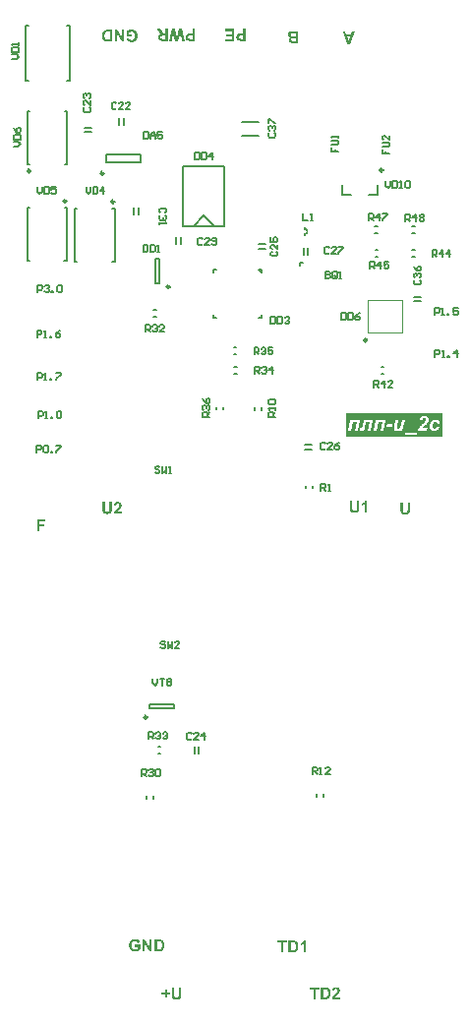
<source format=gto>
G04 Layer_Color=65535*
%FSTAX43Y43*%
%MOMM*%
G71*
G01*
G75*
%ADD31C,0.200*%
%ADD47C,0.250*%
%ADD48C,0.150*%
%ADD49C,0.100*%
G36*
X0088194Y0139537D02*
X0088208D01*
X0088225Y0139535D01*
X0088243Y0139532D01*
X0088263Y0139529D01*
X0088306Y0139522D01*
X0088354Y013951D01*
X0088402Y0139494D01*
X0088425Y0139483D01*
X0088448Y0139471D01*
X008845Y013947D01*
X0088453Y0139468D01*
X008846Y0139464D01*
X0088468Y0139458D01*
X0088478Y0139452D01*
X0088488Y0139443D01*
X0088502Y0139433D01*
X0088515Y0139421D01*
X0088545Y0139394D01*
X0088574Y013936D01*
X0088602Y0139322D01*
X0088628Y0139277D01*
Y0139276D01*
X0088631Y0139272D01*
X0088633Y0139264D01*
X0088636Y0139255D01*
X0088641Y0139243D01*
X0088647Y013923D01*
X0088651Y0139214D01*
X0088657Y0139196D01*
X0088663Y0139177D01*
X0088668Y0139155D01*
X0088678Y0139109D01*
X0088684Y0139058D01*
X0088687Y0139003D01*
Y0139002D01*
Y0138996D01*
Y0138987D01*
X0088685Y0138977D01*
Y0138962D01*
X0088684Y0138946D01*
X0088681Y0138928D01*
X0088678Y0138907D01*
X0088671Y0138864D01*
X0088659Y0138815D01*
X0088642Y0138767D01*
X0088632Y0138743D01*
X008862Y0138719D01*
X0088619Y0138718D01*
X0088617Y0138713D01*
X0088613Y0138707D01*
X0088608Y0138698D01*
X0088601Y0138688D01*
X0088592Y0138676D01*
X0088582Y0138663D01*
X0088571Y0138648D01*
X0088558Y0138633D01*
X0088543Y0138617D01*
X0088527Y0138601D01*
X0088509Y0138584D01*
X008849Y013857D01*
X0088471Y0138553D01*
X0088425Y0138527D01*
X0088423D01*
X008842Y0138524D01*
X0088414Y0138522D01*
X0088407Y0138518D01*
X0088397Y0138515D01*
X0088386Y013851D01*
X0088371Y0138506D01*
X0088357Y01385D01*
X008834Y0138496D01*
X0088321Y0138491D01*
X00883Y0138487D01*
X008828Y0138482D01*
X0088232Y0138476D01*
X0088179Y0138475D01*
X0088161D01*
X0088148Y0138476D01*
X0088131Y0138478D01*
X0088112Y0138479D01*
X0088092Y0138481D01*
X0088069Y0138485D01*
X0088022Y0138494D01*
X0087973Y0138509D01*
X0087948Y0138518D01*
X0087924Y0138528D01*
X0087902Y013854D01*
X0087881Y0138555D01*
X008788Y0138556D01*
X0087877Y0138558D01*
X0087871Y0138564D01*
X0087863Y013857D01*
X0087855Y0138577D01*
X0087846Y0138587D01*
X0087835Y0138599D01*
X0087823Y0138613D01*
X0087812Y0138627D01*
X00878Y0138644D01*
X0087788Y0138661D01*
X0087778Y0138682D01*
X0087766Y0138703D01*
X0087757Y0138725D01*
X0087748Y013875D01*
X0087742Y0138775D01*
X0087948Y0138814D01*
Y0138812D01*
X0087949Y0138811D01*
X0087952Y0138802D01*
X0087958Y0138789D01*
X0087967Y0138771D01*
X0087977Y0138752D01*
X0087992Y0138732D01*
X008801Y0138713D01*
X0088031Y0138695D01*
X0088034Y0138694D01*
X0088041Y0138688D01*
X0088054Y0138681D01*
X0088071Y0138673D01*
X0088093Y0138664D01*
X0088118Y0138658D01*
X0088146Y0138653D01*
X0088179Y0138651D01*
X0088192D01*
X0088201Y0138653D01*
X0088213Y0138654D01*
X0088226Y0138655D01*
X0088241Y0138658D01*
X0088257Y0138661D01*
X0088291Y0138672D01*
X0088309Y0138679D01*
X0088327Y0138688D01*
X0088345Y0138698D01*
X0088363Y0138709D01*
X0088379Y0138724D01*
X0088395Y0138738D01*
X0088397Y013874D01*
X0088398Y0138743D01*
X0088402Y0138747D01*
X0088407Y0138755D01*
X0088413Y0138764D01*
X008842Y0138774D01*
X0088428Y0138787D01*
X0088434Y0138802D01*
X0088441Y013882D01*
X0088448Y0138839D01*
X0088456Y013886D01*
X0088462Y0138882D01*
X0088466Y0138907D01*
X0088471Y0138935D01*
X0088472Y0138964D01*
X0088474Y0138995D01*
Y0138996D01*
Y0139002D01*
Y0139012D01*
X0088472Y0139024D01*
X0088471Y013904D01*
X0088469Y0139057D01*
X0088466Y0139078D01*
X0088463Y0139098D01*
X0088454Y0139143D01*
X0088439Y0139189D01*
X0088431Y0139211D01*
X008842Y0139232D01*
X0088407Y0139252D01*
X0088394Y013927D01*
X0088392Y0139272D01*
X0088389Y0139274D01*
X0088385Y0139279D01*
X0088379Y0139285D01*
X008837Y0139291D01*
X0088361Y01393D01*
X0088349Y0139307D01*
X0088336Y0139316D01*
X0088321Y0139325D01*
X0088306Y0139332D01*
X0088269Y0139347D01*
X0088248Y0139353D01*
X0088228Y0139357D01*
X0088204Y013936D01*
X008818Y0139362D01*
X0088169D01*
X0088157Y013936D01*
X0088139Y0139359D01*
X008812Y0139356D01*
X0088097Y0139351D01*
X0088074Y0139346D01*
X008805Y0139337D01*
X0088049D01*
X0088047Y0139335D01*
X008804Y0139332D01*
X0088026Y0139326D01*
X0088012Y0139319D01*
X0087994Y013931D01*
X0087975Y01393D01*
X0087955Y0139288D01*
X0087938Y0139274D01*
Y0139143D01*
X0088174D01*
Y0138969D01*
X0087729D01*
Y0139381D01*
X0087732Y0139384D01*
X0087736Y0139387D01*
X0087741Y0139391D01*
X0087748Y0139397D01*
X0087755Y0139403D01*
X0087776Y0139418D01*
X0087804Y0139434D01*
X0087837Y0139454D01*
X0087874Y0139473D01*
X0087918Y0139491D01*
X008792D01*
X0087924Y0139492D01*
X008793Y0139495D01*
X0087939Y0139498D01*
X0087951Y0139501D01*
X0087964Y0139505D01*
X0087979Y013951D01*
X0087995Y0139514D01*
X0088032Y0139523D01*
X0088075Y0139531D01*
X008812Y0139537D01*
X0088167Y0139538D01*
X0088183D01*
X0088194Y0139537D01*
D02*
G37*
G36*
X0086503Y0138494D02*
X0086094D01*
X0086082Y0138496D01*
X0086054Y0138497D01*
X0086023Y0138499D01*
X008599Y0138503D01*
X0085959Y0138507D01*
X0085931Y0138515D01*
X008593D01*
X0085927Y0138516D01*
X0085922Y0138518D01*
X0085916Y0138519D01*
X0085898Y0138527D01*
X0085878Y0138537D01*
X0085854Y013855D01*
X0085827Y0138567D01*
X0085802Y0138586D01*
X0085777Y013861D01*
X0085776D01*
X0085774Y0138613D01*
X0085767Y0138621D01*
X0085755Y0138636D01*
X0085741Y0138655D01*
X0085725Y0138679D01*
X0085709Y0138707D01*
X0085693Y013874D01*
X0085679Y0138775D01*
Y0138777D01*
X0085678Y013878D01*
X0085676Y0138786D01*
X0085673Y0138793D01*
X0085672Y0138802D01*
X0085669Y0138814D01*
X0085666Y0138827D01*
X0085661Y0138842D01*
X0085659Y0138858D01*
X0085656Y0138878D01*
X0085653Y0138897D01*
X0085651Y0138919D01*
X0085647Y0138965D01*
X0085645Y0139017D01*
Y0139018D01*
Y0139023D01*
Y0139029D01*
Y0139038D01*
X0085647Y0139049D01*
Y0139061D01*
X0085648Y0139076D01*
X008565Y0139092D01*
X0085653Y0139126D01*
X0085659Y0139162D01*
X0085667Y0139199D01*
X0085678Y0139234D01*
Y0139236D01*
X0085679Y0139239D01*
X0085682Y0139245D01*
X0085685Y0139254D01*
X0085688Y0139263D01*
X0085694Y0139273D01*
X0085706Y01393D01*
X0085721Y0139328D01*
X008574Y0139359D01*
X0085762Y0139388D01*
X0085787Y0139417D01*
X008579Y013942D01*
X0085798Y0139426D01*
X008581Y0139434D01*
X0085826Y0139446D01*
X0085847Y013946D01*
X008587Y0139473D01*
X00859Y0139486D01*
X0085932Y0139498D01*
X0085934D01*
X0085935Y01395D01*
X008594D01*
X0085944Y0139501D01*
X0085961Y0139504D01*
X0085981Y0139508D01*
X0086007Y0139513D01*
X0086038Y0139516D01*
X0086075Y0139517D01*
X0086115Y0139519D01*
X0086503D01*
Y0138494D01*
D02*
G37*
G36*
X0091305Y0138569D02*
X0090843D01*
X0090829Y0138571D01*
X0090813D01*
X0090797Y0138572D01*
X0090778D01*
X0090739Y0138576D01*
X0090699Y0138581D01*
X0090662Y0138588D01*
X0090646Y0138593D01*
X0090631Y0138597D01*
X0090629D01*
X0090628Y0138599D01*
X0090619Y0138603D01*
X0090606Y0138611D01*
X0090588Y0138619D01*
X0090569Y0138634D01*
X0090549Y0138651D01*
X009053Y0138671D01*
X0090512Y0138696D01*
Y0138698D01*
X0090511Y0138699D01*
X0090508Y0138704D01*
X0090505Y0138708D01*
X0090498Y0138723D01*
X0090489Y0138742D01*
X0090481Y0138766D01*
X0090474Y0138793D01*
X0090468Y0138824D01*
X0090467Y0138856D01*
Y0138858D01*
Y0138861D01*
Y0138868D01*
X0090468Y0138876D01*
Y0138886D01*
X0090469Y0138896D01*
X0090475Y0138923D01*
X0090483Y0138954D01*
X0090495Y0138985D01*
X0090512Y0139018D01*
X0090523Y0139033D01*
X0090535Y0139047D01*
X0090536Y0139049D01*
X0090538Y013905D01*
X0090542Y0139055D01*
X0090548Y0139059D01*
X0090554Y0139065D01*
X0090563Y0139073D01*
X0090573Y013908D01*
X0090585Y0139087D01*
X0090598Y0139096D01*
X0090615Y0139104D01*
X0090631Y0139111D01*
X0090649Y0139118D01*
X0090669Y0139126D01*
X009069Y0139132D01*
X0090712Y0139138D01*
X0090738Y0139142D01*
X0090736D01*
X0090735Y0139144D01*
X0090726Y013915D01*
X0090714Y0139157D01*
X0090699Y0139167D01*
X0090681Y0139181D01*
X0090663Y0139194D01*
X0090644Y013921D01*
X0090628Y0139228D01*
X0090626Y013923D01*
X0090619Y0139237D01*
X009061Y0139249D01*
X0090597Y0139267D01*
X0090579Y0139289D01*
X009057Y0139304D01*
X009056Y0139318D01*
X0090548Y0139335D01*
X0090536Y0139352D01*
X0090523Y0139373D01*
X0090509Y0139394D01*
X0090384Y0139594D01*
X0090632D01*
X009078Y0139372D01*
X0090782Y013937D01*
X0090783Y0139366D01*
X0090788Y013936D01*
X0090794Y0139352D01*
X00908Y0139344D01*
X0090807Y0139332D01*
X0090823Y0139308D01*
X0090843Y0139281D01*
X009086Y0139258D01*
X0090877Y0139235D01*
X0090884Y0139228D01*
X009089Y0139221D01*
X0090892Y0139219D01*
X0090894Y0139216D01*
X00909Y013921D01*
X0090908Y0139203D01*
X0090918Y0139197D01*
X0090929Y013919D01*
X009094Y0139184D01*
X0090952Y0139178D01*
X0090954D01*
X0090958Y0139176D01*
X0090966Y0139173D01*
X0090977Y0139172D01*
X0090992Y0139169D01*
X009101Y0139167D01*
X0091031Y0139166D01*
X0091097D01*
Y0139594D01*
X0091305D01*
Y0138569D01*
D02*
G37*
G36*
X0087536Y0138494D02*
X0087336D01*
X0086913Y0139184D01*
Y0138494D01*
X0086722D01*
Y0139519D01*
X0086929D01*
X0087345Y0138844D01*
Y0139519D01*
X0087536D01*
Y0138494D01*
D02*
G37*
G36*
X0087017Y0098898D02*
X008703Y0098896D01*
X0087045Y0098895D01*
X0087061Y0098892D01*
X0087079Y0098889D01*
X0087117Y0098879D01*
X0087156Y0098864D01*
X0087177Y0098855D01*
X0087194Y0098845D01*
X0087214Y0098831D01*
X008723Y0098817D01*
X0087231Y0098815D01*
X0087234Y0098814D01*
X0087237Y0098808D01*
X0087243Y0098802D01*
X0087251Y0098794D01*
X0087258Y0098784D01*
X0087266Y0098774D01*
X0087274Y009876D01*
X0087289Y0098731D01*
X0087304Y0098697D01*
X008731Y0098677D01*
X0087313Y0098657D01*
X0087316Y0098634D01*
X0087317Y0098612D01*
Y0098609D01*
Y00986D01*
X0087316Y0098587D01*
X0087314Y0098571D01*
X0087311Y009855D01*
X0087307Y0098528D01*
X0087301Y0098504D01*
X0087292Y009848D01*
X0087291Y0098477D01*
X0087288Y009847D01*
X0087282Y0098457D01*
X0087273Y009844D01*
X0087263Y0098421D01*
X0087249Y0098399D01*
X0087233Y0098375D01*
X0087214Y009835D01*
X0087212Y0098349D01*
X0087206Y0098341D01*
X0087197Y0098331D01*
X0087184Y0098316D01*
X0087166Y0098298D01*
X0087144Y0098275D01*
X0087117Y0098249D01*
X0087085Y0098218D01*
X0087083Y0098217D01*
X008708Y0098215D01*
X0087076Y0098211D01*
X008707Y0098205D01*
X0087054Y009819D01*
X0087035Y0098172D01*
X0087015Y0098153D01*
X0086996Y0098134D01*
X0086978Y0098118D01*
X0086972Y009811D01*
X0086966Y0098104D01*
X0086965Y0098103D01*
X0086962Y00981D01*
X0086958Y0098094D01*
X0086952Y0098086D01*
X0086938Y009807D01*
X0086926Y0098051D01*
X0087317D01*
Y0097869D01*
X0086629D01*
Y009787D01*
Y0097873D01*
X008663Y0097879D01*
X0086632Y0097887D01*
X0086633Y0097895D01*
X0086635Y0097906D01*
X0086641Y0097932D01*
X008665Y0097962D01*
X0086661Y0097995D01*
X0086676Y009803D01*
X0086695Y0098064D01*
Y0098066D01*
X0086698Y0098069D01*
X0086701Y0098075D01*
X0086707Y0098081D01*
X0086713Y0098091D01*
X0086722Y0098101D01*
X0086732Y0098115D01*
X0086744Y0098129D01*
X0086758Y0098147D01*
X0086774Y0098165D01*
X0086792Y0098186D01*
X0086812Y0098208D01*
X0086835Y009823D01*
X008686Y0098255D01*
X0086886Y0098282D01*
X0086916Y009831D01*
X0086918Y0098312D01*
X0086922Y0098316D01*
X0086928Y0098322D01*
X0086937Y0098331D01*
X0086949Y009834D01*
X008696Y0098352D01*
X0086987Y0098378D01*
X0087014Y0098406D01*
X008704Y0098434D01*
X0087052Y0098446D01*
X0087064Y009846D01*
X0087073Y009847D01*
X0087079Y0098479D01*
X008708Y0098482D01*
X0087085Y0098489D01*
X0087092Y0098501D01*
X00871Y0098517D01*
X0087107Y0098535D01*
X0087114Y0098556D01*
X0087119Y0098577D01*
X008712Y0098599D01*
Y00986D01*
Y0098602D01*
Y0098609D01*
X0087119Y0098623D01*
X0087116Y0098637D01*
X0087112Y0098654D01*
X0087106Y009867D01*
X0087097Y0098686D01*
X0087085Y0098701D01*
X0087083Y0098703D01*
X0087079Y0098707D01*
X008707Y0098713D01*
X008706Y0098719D01*
X0087045Y0098725D01*
X0087029Y0098731D01*
X0087009Y0098735D01*
X0086987Y0098737D01*
X0086977D01*
X0086965Y0098735D01*
X0086952Y0098732D01*
X0086935Y0098728D01*
X0086919Y009872D01*
X0086903Y0098711D01*
X0086888Y00987D01*
X0086886Y0098698D01*
X0086882Y0098692D01*
X0086876Y0098683D01*
X008687Y009867D01*
X0086863Y0098654D01*
X0086857Y0098631D01*
X0086851Y0098606D01*
X0086848Y0098577D01*
X0086652Y0098596D01*
Y0098597D01*
X0086654Y0098603D01*
Y0098611D01*
X0086657Y0098623D01*
X0086658Y0098636D01*
X0086663Y0098651D01*
X0086667Y0098667D01*
X0086672Y0098686D01*
X0086687Y0098723D01*
X0086704Y0098762D01*
X0086716Y0098781D01*
X0086729Y0098799D01*
X0086744Y0098814D01*
X0086761Y0098828D01*
X0086762Y009883D01*
X0086765Y0098831D01*
X0086769Y0098834D01*
X0086777Y009884D01*
X0086786Y0098845D01*
X0086798Y0098851D01*
X0086809Y0098858D01*
X0086824Y0098864D01*
X0086841Y0098871D01*
X0086858Y0098877D01*
X0086897Y0098889D01*
X0086943Y0098896D01*
X0086966Y0098898D01*
X0086992Y0098899D01*
X0087006D01*
X0087017Y0098898D01*
D02*
G37*
G36*
X0102512Y0138394D02*
X0102062D01*
X0102035Y0138396D01*
X0102005Y0138397D01*
X0101976Y0138399D01*
X0101948Y0138401D01*
X0101922Y0138404D01*
X0101919D01*
X0101912Y0138406D01*
X0101902Y0138409D01*
X0101887Y0138413D01*
X0101871Y0138419D01*
X0101853Y0138427D01*
X0101834Y0138436D01*
X0101816Y0138447D01*
X0101814Y0138449D01*
X0101808Y0138453D01*
X01018Y0138461D01*
X0101788Y013847D01*
X0101776Y0138483D01*
X0101762Y0138498D01*
X0101749Y0138514D01*
X0101737Y0138533D01*
X0101736Y0138536D01*
X0101733Y0138542D01*
X0101727Y0138554D01*
X0101721Y0138569D01*
X0101715Y0138587D01*
X0101709Y0138606D01*
X0101706Y013863D01*
X0101705Y0138653D01*
Y0138655D01*
Y0138656D01*
Y0138665D01*
X0101706Y0138678D01*
X0101709Y0138696D01*
X0101715Y0138717D01*
X0101721Y0138739D01*
X0101731Y0138761D01*
X0101745Y0138785D01*
X0101746Y0138788D01*
X0101752Y0138795D01*
X0101761Y0138806D01*
X0101771Y0138819D01*
X0101786Y0138832D01*
X0101804Y0138849D01*
X0101825Y0138862D01*
X0101848Y0138875D01*
X0101847D01*
X0101844Y0138877D01*
X010184Y0138878D01*
X0101834Y013888D01*
X0101816Y0138887D01*
X0101795Y0138898D01*
X0101773Y0138909D01*
X0101748Y0138926D01*
X0101725Y0138945D01*
X0101705Y0138969D01*
X0101703Y0138972D01*
X0101697Y013898D01*
X0101688Y0138994D01*
X010168Y0139012D01*
X0101671Y0139035D01*
X0101662Y013906D01*
X0101656Y013909D01*
X0101654Y0139123D01*
Y0139124D01*
Y0139126D01*
Y0139134D01*
X0101656Y0139148D01*
X0101659Y0139166D01*
X0101662Y0139186D01*
X0101668Y013921D01*
X0101677Y0139234D01*
X0101687Y0139259D01*
X0101688Y0139262D01*
X0101693Y0139269D01*
X01017Y0139281D01*
X0101711Y0139296D01*
X0101723Y0139314D01*
X0101739Y013933D01*
X0101755Y0139348D01*
X0101776Y0139364D01*
X0101779Y0139365D01*
X0101786Y013937D01*
X0101798Y0139377D01*
X0101814Y0139385D01*
X0101835Y0139394D01*
X0101859Y0139401D01*
X0101885Y0139408D01*
X0101915Y0139413D01*
X0101921D01*
X0101927Y0139414D01*
X0101942D01*
X0101952Y0139416D01*
X010198D01*
X0101998Y0139417D01*
X0102042D01*
X0102068Y0139419D01*
X0102512D01*
Y0138394D01*
D02*
G37*
G36*
X010699Y0138319D02*
X0106771D01*
X0106359Y0139344D01*
X0106583D01*
X0106672Y0139111D01*
X0107083D01*
X0107168Y0139344D01*
X0107387D01*
X010699Y0138319D01*
D02*
G37*
G36*
X0092757Y0138569D02*
X0092546D01*
X0092392Y0139274D01*
X0092205Y0138569D01*
X0091956D01*
X0091779Y0139286D01*
X0091622Y0138569D01*
X0091413D01*
X009166Y0139594D01*
X0091884D01*
X0092085Y0138828D01*
X0092289Y0139594D01*
X0092515D01*
X0092757Y0138569D01*
D02*
G37*
G36*
X0092459Y0056553D02*
Y0056552D01*
Y0056546D01*
Y0056535D01*
Y0056523D01*
Y0056509D01*
X0092457Y0056491D01*
Y0056472D01*
Y0056452D01*
X0092454Y0056409D01*
X0092451Y0056365D01*
X009245Y0056346D01*
X0092447Y0056326D01*
X0092444Y0056309D01*
X0092441Y0056292D01*
Y0056291D01*
X009244Y0056289D01*
Y0056285D01*
X0092438Y0056281D01*
X0092434Y0056266D01*
X0092428Y0056248D01*
X0092419Y0056227D01*
X0092408Y0056207D01*
X0092395Y0056184D01*
X0092379Y0056164D01*
X0092377Y0056161D01*
X0092371Y0056155D01*
X0092361Y0056146D01*
X0092348Y0056134D01*
X009233Y0056121D01*
X0092309Y0056107D01*
X0092286Y0056092D01*
X0092259Y0056081D01*
X0092257D01*
X0092256Y0056079D01*
X0092252Y0056078D01*
X0092246Y0056076D01*
X0092238Y0056073D01*
X0092229Y005607D01*
X0092217Y0056067D01*
X0092206Y0056066D01*
X0092177Y005606D01*
X0092143Y0056054D01*
X0092105Y0056051D01*
X0092062Y005605D01*
X0092038D01*
X0092025Y0056051D01*
X0092012D01*
X0091995Y0056053D01*
X0091979Y0056054D01*
X0091943Y0056057D01*
X0091906Y0056063D01*
X0091869Y0056072D01*
X0091853Y0056076D01*
X0091838Y0056082D01*
X0091837D01*
X0091835Y0056084D01*
X0091827Y0056088D01*
X0091812Y0056095D01*
X0091795Y0056106D01*
X0091776Y0056119D01*
X0091755Y0056134D01*
X0091736Y0056152D01*
X0091718Y0056171D01*
X0091717Y0056174D01*
X0091711Y005618D01*
X0091704Y0056192D01*
X0091695Y0056207D01*
X0091686Y0056223D01*
X0091675Y0056242D01*
X0091668Y0056263D01*
X0091661Y0056285D01*
Y0056286D01*
X0091659Y0056289D01*
Y0056294D01*
X0091658Y0056301D01*
X0091656Y005631D01*
X0091655Y0056322D01*
X0091653Y0056335D01*
X0091652Y005635D01*
X0091649Y0056368D01*
X0091647Y0056387D01*
X0091646Y0056408D01*
X0091644Y0056432D01*
X0091643Y0056457D01*
Y0056485D01*
X0091641Y0056515D01*
Y0056546D01*
Y0057094D01*
X0091849D01*
Y0056537D01*
Y0056535D01*
Y0056531D01*
Y0056525D01*
Y0056516D01*
Y0056504D01*
Y0056492D01*
X009185Y0056466D01*
Y0056436D01*
X0091852Y0056408D01*
X0091853Y0056395D01*
Y0056383D01*
X0091855Y0056374D01*
X0091856Y0056365D01*
Y0056362D01*
X0091859Y0056355D01*
X0091864Y0056343D01*
X0091869Y0056328D01*
X0091877Y0056312D01*
X0091889Y0056295D01*
X0091902Y0056278D01*
X0091918Y0056263D01*
X0091921Y0056261D01*
X0091927Y0056257D01*
X0091939Y0056251D01*
X0091954Y0056245D01*
X0091975Y0056238D01*
X0091998Y0056232D01*
X0092025Y0056227D01*
X0092056Y0056226D01*
X0092071D01*
X0092086Y0056227D01*
X0092105Y005623D01*
X0092127Y0056235D01*
X0092148Y0056241D01*
X009217Y0056249D01*
X0092188Y0056261D01*
X0092189Y0056263D01*
X0092195Y0056267D01*
X0092203Y0056275D01*
X0092212Y0056285D01*
X009222Y0056298D01*
X0092229Y0056313D01*
X0092237Y0056329D01*
X0092241Y0056349D01*
Y0056352D01*
X0092243Y0056359D01*
X0092244Y0056372D01*
X0092247Y005639D01*
Y0056402D01*
X0092249Y0056415D01*
Y005643D01*
X009225Y0056445D01*
Y0056463D01*
X0092252Y0056482D01*
Y0056503D01*
Y0056525D01*
Y0057094D01*
X0092459D01*
Y0056553D01*
D02*
G37*
G36*
X0091209Y0056666D02*
X0091479D01*
Y0056482D01*
X0091209D01*
Y0056217D01*
X009103D01*
Y0056482D01*
X0090762D01*
Y0056666D01*
X009103D01*
Y0056931D01*
X0091209D01*
Y0056666D01*
D02*
G37*
G36*
X0114941Y0104465D02*
X0106612D01*
Y0106508D01*
X0114941D01*
Y0104465D01*
D02*
G37*
G36*
X010155Y006097D02*
X0101248D01*
Y0060119D01*
X010104D01*
Y006097D01*
X0100737D01*
Y0061144D01*
X010155D01*
Y006097D01*
D02*
G37*
G36*
X0093612Y0138569D02*
X0093234D01*
X0093218Y0138571D01*
X0093179D01*
X0093138Y0138574D01*
X0093096Y0138576D01*
X0093079Y0138578D01*
X0093061Y0138579D01*
X0093046Y0138582D01*
X0093034Y0138585D01*
X0093033D01*
X009303Y0138587D01*
X0093025Y0138588D01*
X0093019Y013859D01*
X0093003Y0138597D01*
X0092982Y0138606D01*
X009296Y0138619D01*
X0092935Y0138637D01*
X0092911Y0138659D01*
X0092888Y0138686D01*
Y0138688D01*
X0092885Y0138689D01*
X0092882Y0138693D01*
X0092879Y0138699D01*
X0092873Y0138708D01*
X0092868Y0138717D01*
X0092863Y0138728D01*
X0092857Y0138739D01*
X0092846Y0138769D01*
X0092836Y0138802D01*
X009283Y0138842D01*
X0092827Y0138884D01*
Y0138886D01*
Y0138889D01*
Y0138893D01*
Y0138901D01*
X0092828Y0138908D01*
Y0138919D01*
X0092831Y0138939D01*
X0092836Y0138964D01*
X0092842Y0138993D01*
X0092851Y0139019D01*
X0092863Y0139044D01*
X0092864Y0139047D01*
X0092868Y0139055D01*
X0092876Y0139067D01*
X0092886Y0139081D01*
X0092898Y0139096D01*
X0092914Y0139114D01*
X0092931Y013913D01*
X009295Y0139145D01*
X0092953Y0139147D01*
X0092959Y0139151D01*
X0092969Y0139157D01*
X0092982Y0139164D01*
X0092999Y0139173D01*
X0093017Y0139181D01*
X0093036Y0139188D01*
X0093056Y0139194D01*
X0093059D01*
X0093064Y0139195D01*
X009307D01*
X0093077Y0139197D01*
X0093088Y0139198D01*
X0093098Y01392D01*
X0093111D01*
X0093125Y0139201D01*
X0093141Y0139203D01*
X0093159Y0139204D01*
X0093178Y0139206D01*
X0093199D01*
X0093221Y0139207D01*
X0093404D01*
Y0139594D01*
X0093612D01*
Y0138569D01*
D02*
G37*
G36*
X0103176Y0060119D02*
X0102979D01*
Y0060861D01*
X0102977Y0060859D01*
X0102974Y0060856D01*
X0102968Y0060852D01*
X010296Y0060844D01*
X0102949Y0060836D01*
X0102937Y0060827D01*
X0102922Y0060816D01*
X0102906Y0060804D01*
X0102888Y0060793D01*
X0102869Y0060781D01*
X0102848Y0060767D01*
X0102826Y0060756D01*
X0102779Y0060733D01*
X0102726Y0060713D01*
Y006089D01*
X0102727D01*
X0102729Y0060892D01*
X0102733Y0060893D01*
X0102739Y0060895D01*
X0102754Y0060902D01*
X0102774Y0060911D01*
X01028Y0060923D01*
X0102828Y0060939D01*
X0102859Y006096D01*
X0102891Y0060984D01*
X0102893Y0060985D01*
X0102896Y0060987D01*
X01029Y0060991D01*
X0102906Y0060997D01*
X0102922Y0061012D01*
X010294Y0061031D01*
X0102961Y0061055D01*
X0102982Y0061084D01*
X0103001Y0061115D01*
X0103016Y0061149D01*
X0103176D01*
Y0060119D01*
D02*
G37*
G36*
X0102105Y0061142D02*
X0102133Y0061141D01*
X0102164Y0061139D01*
X0102197Y0061135D01*
X0102228Y006113D01*
X0102256Y0061123D01*
X0102258D01*
X0102261Y0061121D01*
X0102265Y006112D01*
X0102271Y0061118D01*
X0102289Y0061111D01*
X0102309Y0061101D01*
X0102333Y0061087D01*
X010236Y0061071D01*
X0102385Y0061052D01*
X010241Y0061028D01*
X0102412D01*
X0102413Y0061025D01*
X010242Y0061016D01*
X0102432Y0061001D01*
X0102446Y0060982D01*
X0102462Y0060958D01*
X0102478Y006093D01*
X0102495Y0060898D01*
X0102508Y0060862D01*
Y0060861D01*
X0102509Y0060858D01*
X0102511Y0060852D01*
X0102514Y0060844D01*
X0102515Y0060836D01*
X0102518Y0060824D01*
X0102521Y006081D01*
X0102526Y0060796D01*
X0102529Y0060779D01*
X0102532Y006076D01*
X0102535Y0060741D01*
X0102536Y0060719D01*
X010254Y0060673D01*
X0102542Y0060621D01*
Y0060619D01*
Y0060615D01*
Y0060609D01*
Y00606D01*
X010254Y0060588D01*
Y0060576D01*
X0102539Y0060562D01*
X0102537Y0060545D01*
X0102535Y0060511D01*
X0102529Y0060476D01*
X010252Y0060439D01*
X0102509Y0060403D01*
Y0060402D01*
X0102508Y0060399D01*
X0102505Y0060393D01*
X0102502Y0060384D01*
X0102499Y0060375D01*
X0102493Y0060365D01*
X0102481Y0060338D01*
X0102466Y006031D01*
X0102447Y0060279D01*
X0102425Y0060249D01*
X01024Y0060221D01*
X0102397Y0060218D01*
X0102389Y0060212D01*
X0102378Y0060203D01*
X0102361Y0060191D01*
X0102341Y0060178D01*
X0102317Y0060165D01*
X0102287Y0060151D01*
X0102255Y006014D01*
X0102253D01*
X0102252Y0060138D01*
X0102247D01*
X0102243Y0060137D01*
X0102227Y0060134D01*
X0102206Y0060129D01*
X0102181Y0060125D01*
X0102149Y0060122D01*
X0102112Y006012D01*
X0102073Y0060119D01*
X0101685D01*
Y0061144D01*
X0102093D01*
X0102105Y0061142D01*
D02*
G37*
G36*
X0086479Y0098353D02*
Y0098352D01*
Y0098346D01*
Y0098335D01*
Y0098323D01*
Y0098309D01*
X0086478Y0098291D01*
Y0098272D01*
Y0098252D01*
X0086475Y0098209D01*
X0086472Y0098165D01*
X008647Y0098146D01*
X0086467Y0098126D01*
X0086464Y0098109D01*
X0086461Y0098092D01*
Y0098091D01*
X008646Y0098089D01*
Y0098085D01*
X0086458Y0098081D01*
X0086454Y0098066D01*
X0086448Y0098048D01*
X0086439Y0098027D01*
X0086429Y0098007D01*
X0086416Y0097984D01*
X0086399Y0097964D01*
X0086398Y0097961D01*
X0086392Y0097955D01*
X0086381Y0097946D01*
X0086368Y0097934D01*
X008635Y0097921D01*
X008633Y0097907D01*
X0086306Y0097893D01*
X0086279Y0097881D01*
X0086278D01*
X0086276Y0097879D01*
X0086272Y0097878D01*
X0086266Y0097876D01*
X0086259Y0097873D01*
X008625Y009787D01*
X0086238Y0097867D01*
X0086226Y0097866D01*
X0086198Y009786D01*
X0086164Y0097854D01*
X0086125Y0097851D01*
X0086082Y009785D01*
X0086059D01*
X0086045Y0097851D01*
X0086032D01*
X0086016Y0097853D01*
X0085999Y0097854D01*
X0085964Y0097857D01*
X0085927Y0097863D01*
X008589Y0097872D01*
X0085874Y0097876D01*
X0085859Y0097882D01*
X0085857D01*
X0085856Y0097884D01*
X0085847Y0097888D01*
X0085832Y0097895D01*
X0085816Y0097906D01*
X0085797Y0097919D01*
X0085776Y0097934D01*
X0085757Y0097952D01*
X0085739Y0097971D01*
X0085737Y0097974D01*
X0085731Y009798D01*
X0085724Y0097992D01*
X0085715Y0098007D01*
X0085706Y0098023D01*
X0085696Y0098042D01*
X0085688Y0098063D01*
X0085681Y0098085D01*
Y0098086D01*
X008568Y0098089D01*
Y0098094D01*
X0085678Y0098101D01*
X0085677Y009811D01*
X0085675Y0098122D01*
X0085674Y0098135D01*
X0085672Y009815D01*
X0085669Y0098168D01*
X0085668Y0098187D01*
X0085666Y0098208D01*
X0085665Y0098232D01*
X0085663Y0098257D01*
Y0098285D01*
X0085662Y0098315D01*
Y0098346D01*
Y0098894D01*
X0085869D01*
Y0098337D01*
Y0098335D01*
Y0098331D01*
Y0098325D01*
Y0098316D01*
Y0098304D01*
Y0098292D01*
X0085871Y0098266D01*
Y0098236D01*
X0085872Y0098208D01*
X0085874Y0098195D01*
Y0098183D01*
X0085875Y0098174D01*
X0085877Y0098165D01*
Y0098162D01*
X0085879Y0098155D01*
X0085884Y0098143D01*
X008589Y0098128D01*
X0085897Y0098112D01*
X0085909Y0098095D01*
X0085922Y0098078D01*
X0085939Y0098063D01*
X0085942Y0098061D01*
X0085948Y0098057D01*
X0085959Y0098051D01*
X0085974Y0098045D01*
X0085995Y0098038D01*
X0086019Y0098032D01*
X0086045Y0098027D01*
X0086076Y0098026D01*
X0086091D01*
X0086106Y0098027D01*
X0086125Y009803D01*
X0086148Y0098035D01*
X0086168Y0098041D01*
X008619Y0098049D01*
X0086208Y0098061D01*
X008621Y0098063D01*
X0086216Y0098067D01*
X0086223Y0098075D01*
X0086232Y0098085D01*
X0086241Y0098098D01*
X008625Y0098113D01*
X0086257Y0098129D01*
X0086262Y0098149D01*
Y0098152D01*
X0086263Y0098159D01*
X0086264Y0098172D01*
X0086267Y009819D01*
Y0098202D01*
X0086269Y0098215D01*
Y009823D01*
X008627Y0098245D01*
Y0098263D01*
X0086272Y0098282D01*
Y0098303D01*
Y0098325D01*
Y0098894D01*
X0086479D01*
Y0098353D01*
D02*
G37*
G36*
X0088501Y0061261D02*
X0088517Y006126D01*
X0088536Y0061258D01*
X0088557Y0061257D01*
X0088579Y0061252D01*
X0088627Y0061244D01*
X0088676Y0061229D01*
X0088701Y006122D01*
X0088724Y0061209D01*
X0088747Y0061198D01*
X0088767Y0061183D01*
X0088769Y0061181D01*
X0088772Y006118D01*
X0088778Y0061174D01*
X0088785Y0061168D01*
X0088794Y0061161D01*
X0088803Y006115D01*
X0088813Y0061138D01*
X0088825Y0061125D01*
X0088837Y006111D01*
X0088849Y0061094D01*
X0088861Y0061076D01*
X0088871Y0061055D01*
X0088883Y0061035D01*
X0088892Y0061013D01*
X0088901Y0060987D01*
X0088907Y0060962D01*
X0088701Y0060924D01*
Y0060925D01*
X0088699Y0060927D01*
X0088696Y0060936D01*
X008869Y0060949D01*
X0088681Y0060967D01*
X0088671Y0060986D01*
X0088656Y0061005D01*
X0088639Y0061024D01*
X0088618Y0061042D01*
X0088615Y0061044D01*
X0088607Y006105D01*
X0088594Y0061057D01*
X0088578Y0061064D01*
X0088556Y0061073D01*
X008853Y0061079D01*
X0088502Y0061085D01*
X008847Y0061087D01*
X0088456D01*
X0088448Y0061085D01*
X0088436Y0061084D01*
X0088422Y0061082D01*
X0088408Y0061079D01*
X0088391Y0061076D01*
X0088357Y0061066D01*
X0088339Y0061058D01*
X0088322Y006105D01*
X0088304Y0061039D01*
X0088286Y0061029D01*
X008827Y0061014D01*
X0088254Y0060999D01*
X0088252Y0060998D01*
X0088251Y0060995D01*
X0088246Y006099D01*
X0088242Y0060983D01*
X0088236Y0060974D01*
X0088228Y0060964D01*
X0088221Y006095D01*
X0088215Y0060936D01*
X0088208Y0060918D01*
X00882Y0060898D01*
X0088193Y0060878D01*
X0088187Y0060856D01*
X0088182Y006083D01*
X0088178Y0060802D01*
X0088177Y0060774D01*
X0088175Y0060743D01*
Y0060742D01*
Y0060736D01*
Y0060725D01*
X0088177Y0060713D01*
X0088178Y0060697D01*
X0088179Y0060681D01*
X0088182Y006066D01*
X0088185Y0060639D01*
X0088194Y0060595D01*
X0088209Y0060549D01*
X0088218Y0060527D01*
X0088228Y0060506D01*
X0088242Y0060485D01*
X0088255Y0060468D01*
X0088256Y0060466D01*
X0088259Y0060463D01*
X0088264Y0060459D01*
X008827Y0060453D01*
X0088279Y0060447D01*
X0088288Y0060438D01*
X0088299Y0060431D01*
X0088313Y0060422D01*
X0088328Y0060413D01*
X0088342Y0060405D01*
X0088379Y0060391D01*
X00884Y0060385D01*
X0088421Y006038D01*
X0088445Y0060377D01*
X0088468Y0060376D01*
X008848D01*
X0088492Y0060377D01*
X008851Y0060379D01*
X0088529Y0060382D01*
X0088551Y0060386D01*
X0088575Y0060392D01*
X0088599Y0060401D01*
X00886D01*
X0088602Y0060402D01*
X0088609Y0060405D01*
X0088622Y0060411D01*
X0088637Y0060419D01*
X0088655Y0060428D01*
X0088674Y0060438D01*
X0088693Y006045D01*
X0088711Y0060463D01*
Y0060595D01*
X0088474D01*
Y0060768D01*
X008892D01*
Y0060357D01*
X0088917Y0060354D01*
X0088912Y0060351D01*
X0088908Y0060346D01*
X0088901Y006034D01*
X0088893Y0060334D01*
X0088872Y0060319D01*
X0088844Y0060303D01*
X0088812Y0060284D01*
X0088775Y0060265D01*
X008873Y0060247D01*
X0088729D01*
X0088724Y0060245D01*
X0088718Y0060243D01*
X008871Y006024D01*
X0088698Y0060237D01*
X0088684Y0060232D01*
X008867Y0060228D01*
X0088653Y0060223D01*
X0088616Y0060214D01*
X0088573Y0060207D01*
X0088529Y0060201D01*
X0088482Y00602D01*
X0088465D01*
X0088455Y0060201D01*
X008844D01*
X0088424Y0060203D01*
X0088406Y0060205D01*
X0088385Y0060208D01*
X0088342Y0060216D01*
X0088295Y0060228D01*
X0088246Y0060244D01*
X0088224Y0060254D01*
X00882Y0060266D01*
X0088199Y0060268D01*
X0088196Y0060269D01*
X0088188Y0060274D01*
X0088181Y006028D01*
X0088171Y0060285D01*
X008816Y0060294D01*
X0088147Y0060305D01*
X0088134Y0060317D01*
X0088104Y0060343D01*
X0088074Y0060377D01*
X0088046Y0060416D01*
X0088021Y006046D01*
Y0060462D01*
X0088018Y0060466D01*
X0088015Y0060473D01*
X0088012Y0060482D01*
X0088008Y0060494D01*
X0088002Y0060508D01*
X0087997Y0060524D01*
X0087991Y0060542D01*
X0087985Y0060561D01*
X0087981Y0060583D01*
X0087971Y0060629D01*
X0087965Y0060679D01*
X0087962Y0060734D01*
Y0060736D01*
Y0060742D01*
Y006075D01*
X0087963Y0060761D01*
Y0060776D01*
X0087965Y0060792D01*
X0087968Y006081D01*
X0087971Y006083D01*
X0087978Y0060873D01*
X008799Y0060922D01*
X0088006Y0060971D01*
X0088017Y0060995D01*
X0088028Y0061018D01*
X008803Y006102D01*
X0088031Y0061024D01*
X0088036Y006103D01*
X008804Y0061039D01*
X0088048Y006105D01*
X0088057Y0061061D01*
X0088067Y0061075D01*
X0088077Y006109D01*
X0088091Y0061104D01*
X0088105Y0061121D01*
X0088122Y0061137D01*
X008814Y0061153D01*
X0088159Y0061168D01*
X0088178Y0061184D01*
X0088224Y0061211D01*
X0088225D01*
X0088228Y0061214D01*
X0088234Y0061215D01*
X0088242Y006122D01*
X0088252Y0061223D01*
X0088262Y0061227D01*
X0088277Y0061232D01*
X0088292Y0061238D01*
X0088308Y0061242D01*
X0088328Y0061246D01*
X0088348Y0061251D01*
X0088369Y0061255D01*
X0088416Y0061261D01*
X008847Y0061263D01*
X0088487D01*
X0088501Y0061261D01*
D02*
G37*
G36*
X0097032Y0138569D02*
X0096272D01*
Y0138742D01*
X0096824D01*
Y0138969D01*
X0096311D01*
Y0139142D01*
X0096824D01*
Y0139421D01*
X0096253D01*
Y0139594D01*
X0097032D01*
Y0138569D01*
D02*
G37*
G36*
X0090567Y0061242D02*
X0090595Y0061241D01*
X0090626Y0061239D01*
X0090658Y0061235D01*
X0090689Y006123D01*
X0090718Y0061223D01*
X0090719D01*
X0090722Y0061221D01*
X0090726Y006122D01*
X0090732Y0061218D01*
X009075Y0061211D01*
X0090771Y0061201D01*
X0090795Y0061187D01*
X0090821Y0061171D01*
X0090846Y0061152D01*
X0090872Y0061128D01*
X0090873D01*
X0090875Y0061125D01*
X0090882Y0061116D01*
X0090894Y0061101D01*
X0090907Y0061082D01*
X0090923Y0061058D01*
X009094Y006103D01*
X0090956Y0060998D01*
X0090969Y0060962D01*
Y0060961D01*
X0090971Y0060958D01*
X0090972Y0060952D01*
X0090975Y0060944D01*
X0090977Y0060936D01*
X009098Y0060924D01*
X0090983Y006091D01*
X0090987Y0060896D01*
X009099Y0060879D01*
X0090993Y006086D01*
X0090996Y0060841D01*
X0090997Y0060819D01*
X0091002Y0060773D01*
X0091003Y0060721D01*
Y0060719D01*
Y0060715D01*
Y0060709D01*
Y00607D01*
X0091002Y0060688D01*
Y0060676D01*
X0091Y0060662D01*
X0090999Y0060645D01*
X0090996Y0060611D01*
X009099Y0060576D01*
X0090981Y0060539D01*
X0090971Y0060503D01*
Y0060502D01*
X0090969Y0060499D01*
X0090966Y0060493D01*
X0090963Y0060484D01*
X009096Y0060475D01*
X0090955Y0060465D01*
X0090943Y0060438D01*
X0090928Y006041D01*
X0090909Y0060379D01*
X0090886Y0060349D01*
X0090861Y0060321D01*
X0090858Y0060318D01*
X0090851Y0060312D01*
X0090839Y0060303D01*
X0090823Y0060291D01*
X0090802Y0060278D01*
X0090778Y0060265D01*
X0090749Y0060251D01*
X0090716Y006024D01*
X0090715D01*
X0090713Y0060238D01*
X0090709D01*
X0090704Y0060237D01*
X0090688Y0060234D01*
X0090667Y0060229D01*
X0090642Y0060225D01*
X0090611Y0060222D01*
X0090574Y006022D01*
X0090534Y0060219D01*
X0090146D01*
Y0061244D01*
X0090555D01*
X0090567Y0061242D01*
D02*
G37*
G36*
X0089927Y0060219D02*
X008972D01*
X0089303Y0060894D01*
Y0060219D01*
X0089112D01*
Y0061244D01*
X0089312D01*
X0089736Y0060553D01*
Y0061244D01*
X0089927D01*
Y0060219D01*
D02*
G37*
G36*
X0108456Y0097969D02*
X0108259D01*
Y0098711D01*
X0108258Y0098709D01*
X0108255Y0098706D01*
X0108249Y0098702D01*
X010824Y0098694D01*
X0108229Y0098686D01*
X0108218Y0098677D01*
X0108203Y0098666D01*
X0108186Y0098654D01*
X0108169Y0098643D01*
X0108149Y0098631D01*
X0108129Y0098617D01*
X0108106Y0098606D01*
X0108059Y0098583D01*
X0108006Y0098563D01*
Y009874D01*
X0108007D01*
X0108009Y0098742D01*
X0108013Y0098743D01*
X0108019Y0098745D01*
X0108034Y0098752D01*
X0108055Y0098761D01*
X010808Y0098773D01*
X0108108Y0098789D01*
X0108139Y009881D01*
X0108172Y0098834D01*
X0108173Y0098835D01*
X0108176Y0098837D01*
X0108181Y0098841D01*
X0108186Y0098847D01*
X0108203Y0098862D01*
X010822Y0098881D01*
X0108241Y0098905D01*
X0108262Y0098934D01*
X0108281Y0098965D01*
X0108296Y0098999D01*
X0108456D01*
Y0097969D01*
D02*
G37*
G36*
X0107779Y0098453D02*
Y0098452D01*
Y0098446D01*
Y0098435D01*
Y0098423D01*
Y0098409D01*
X0107778Y0098391D01*
Y0098372D01*
Y0098352D01*
X0107775Y0098309D01*
X0107772Y0098265D01*
X010777Y0098246D01*
X0107767Y0098226D01*
X0107764Y0098209D01*
X0107761Y0098192D01*
Y0098191D01*
X010776Y0098189D01*
Y0098185D01*
X0107758Y0098181D01*
X0107754Y0098166D01*
X0107748Y0098148D01*
X0107739Y0098127D01*
X0107729Y0098107D01*
X0107716Y0098084D01*
X0107699Y0098064D01*
X0107698Y0098061D01*
X0107692Y0098055D01*
X0107681Y0098046D01*
X0107668Y0098034D01*
X010765Y0098021D01*
X010763Y0098007D01*
X0107606Y0097993D01*
X0107579Y0097981D01*
X0107578D01*
X0107576Y0097979D01*
X0107572Y0097978D01*
X0107566Y0097976D01*
X0107559Y0097973D01*
X010755Y009797D01*
X0107538Y0097967D01*
X0107526Y0097966D01*
X0107498Y009796D01*
X0107464Y0097954D01*
X0107425Y0097951D01*
X0107382Y009795D01*
X0107359D01*
X0107345Y0097951D01*
X0107332D01*
X0107316Y0097953D01*
X0107299Y0097954D01*
X0107264Y0097957D01*
X0107227Y0097963D01*
X010719Y0097972D01*
X0107174Y0097976D01*
X0107159Y0097982D01*
X0107157D01*
X0107156Y0097984D01*
X0107147Y0097988D01*
X0107132Y0097995D01*
X0107116Y0098006D01*
X0107097Y0098019D01*
X0107076Y0098034D01*
X0107057Y0098052D01*
X0107039Y0098071D01*
X0107037Y0098074D01*
X0107031Y009808D01*
X0107024Y0098092D01*
X0107015Y0098107D01*
X0107006Y0098123D01*
X0106996Y0098142D01*
X0106988Y0098163D01*
X0106981Y0098185D01*
Y0098186D01*
X010698Y0098189D01*
Y0098194D01*
X0106978Y0098201D01*
X0106977Y009821D01*
X0106975Y0098222D01*
X0106974Y0098235D01*
X0106972Y009825D01*
X0106969Y0098268D01*
X0106968Y0098287D01*
X0106966Y0098308D01*
X0106965Y0098332D01*
X0106963Y0098357D01*
Y0098385D01*
X0106962Y0098415D01*
Y0098446D01*
Y0098994D01*
X0107169D01*
Y0098437D01*
Y0098435D01*
Y0098431D01*
Y0098425D01*
Y0098416D01*
Y0098404D01*
Y0098392D01*
X0107171Y0098366D01*
Y0098336D01*
X0107172Y0098308D01*
X0107174Y0098295D01*
Y0098283D01*
X0107175Y0098274D01*
X0107177Y0098265D01*
Y0098262D01*
X0107179Y0098255D01*
X0107184Y0098243D01*
X010719Y0098228D01*
X0107197Y0098212D01*
X0107209Y0098195D01*
X0107222Y0098178D01*
X0107239Y0098163D01*
X0107242Y0098161D01*
X0107248Y0098157D01*
X0107259Y0098151D01*
X0107274Y0098145D01*
X0107295Y0098138D01*
X0107319Y0098132D01*
X0107345Y0098127D01*
X0107376Y0098126D01*
X0107391D01*
X0107406Y0098127D01*
X0107425Y009813D01*
X0107448Y0098135D01*
X0107468Y0098141D01*
X010749Y0098149D01*
X0107508Y0098161D01*
X010751Y0098163D01*
X0107516Y0098167D01*
X0107523Y0098175D01*
X0107532Y0098185D01*
X0107541Y0098198D01*
X010755Y0098213D01*
X0107557Y0098229D01*
X0107562Y0098249D01*
Y0098252D01*
X0107563Y0098259D01*
X0107564Y0098272D01*
X0107567Y009829D01*
Y0098302D01*
X0107569Y0098315D01*
Y009833D01*
X010757Y0098345D01*
Y0098363D01*
X0107572Y0098382D01*
Y0098403D01*
Y0098425D01*
Y0098994D01*
X0107779D01*
Y0098453D01*
D02*
G37*
G36*
X0097987Y0138569D02*
X0097609D01*
X0097593Y0138571D01*
X0097554D01*
X0097513Y0138574D01*
X0097471Y0138576D01*
X0097454Y0138578D01*
X0097436Y0138579D01*
X0097421Y0138582D01*
X0097409Y0138585D01*
X0097408D01*
X0097405Y0138587D01*
X00974Y0138588D01*
X0097394Y013859D01*
X0097378Y0138597D01*
X0097357Y0138606D01*
X0097335Y0138619D01*
X009731Y0138637D01*
X0097286Y0138659D01*
X0097263Y0138686D01*
Y0138688D01*
X009726Y0138689D01*
X0097257Y0138693D01*
X0097254Y0138699D01*
X0097248Y0138708D01*
X0097243Y0138717D01*
X0097238Y0138728D01*
X0097232Y0138739D01*
X0097221Y0138769D01*
X0097211Y0138802D01*
X0097205Y0138842D01*
X0097202Y0138884D01*
Y0138886D01*
Y0138889D01*
Y0138893D01*
Y0138901D01*
X0097203Y0138908D01*
Y0138919D01*
X0097206Y0138939D01*
X0097211Y0138964D01*
X0097217Y0138993D01*
X0097226Y0139019D01*
X0097238Y0139044D01*
X0097239Y0139047D01*
X0097243Y0139055D01*
X0097251Y0139067D01*
X0097261Y0139081D01*
X0097273Y0139096D01*
X0097289Y0139114D01*
X0097306Y013913D01*
X0097325Y0139145D01*
X0097328Y0139147D01*
X0097334Y0139151D01*
X0097344Y0139157D01*
X0097357Y0139164D01*
X0097374Y0139173D01*
X0097392Y0139181D01*
X0097411Y0139188D01*
X0097431Y0139194D01*
X0097434D01*
X0097439Y0139195D01*
X0097445D01*
X0097452Y0139197D01*
X0097463Y0139198D01*
X0097473Y01392D01*
X0097486D01*
X00975Y0139201D01*
X0097516Y0139203D01*
X0097534Y0139204D01*
X0097553Y0139206D01*
X0097574D01*
X0097596Y0139207D01*
X0097779D01*
Y0139594D01*
X0097987D01*
Y0138569D01*
D02*
G37*
G36*
X008074Y0097195D02*
X0080244D01*
Y0096952D01*
X0080672D01*
Y0096779D01*
X0080244D01*
Y0096344D01*
X0080037D01*
Y0097369D01*
X008074D01*
Y0097195D01*
D02*
G37*
G36*
X0105812Y0057123D02*
X0105825Y0057121D01*
X010584Y005712D01*
X0105856Y0057117D01*
X0105874Y0057114D01*
X0105912Y0057104D01*
X0105951Y0057089D01*
X0105971Y005708D01*
X0105989Y005707D01*
X0106008Y0057056D01*
X0106025Y0057042D01*
X0106026Y005704D01*
X0106029Y0057039D01*
X0106032Y0057033D01*
X0106038Y0057027D01*
X0106045Y0057019D01*
X0106053Y0057009D01*
X010606Y0056999D01*
X0106069Y0056985D01*
X0106084Y0056956D01*
X0106099Y0056922D01*
X0106105Y0056902D01*
X0106108Y0056882D01*
X0106111Y0056859D01*
X0106112Y0056837D01*
Y0056834D01*
Y0056825D01*
X0106111Y0056812D01*
X0106109Y0056796D01*
X0106106Y0056775D01*
X0106102Y0056753D01*
X0106096Y0056729D01*
X0106087Y0056705D01*
X0106085Y0056702D01*
X0106082Y0056695D01*
X0106077Y0056682D01*
X0106068Y0056665D01*
X0106057Y0056646D01*
X0106044Y0056624D01*
X0106028Y00566D01*
X0106008Y0056575D01*
X0106007Y0056574D01*
X0106001Y0056566D01*
X0105992Y0056556D01*
X0105979Y0056541D01*
X0105961Y0056523D01*
X0105939Y00565D01*
X0105912Y0056474D01*
X010588Y0056443D01*
X0105878Y0056442D01*
X0105875Y005644D01*
X0105871Y0056436D01*
X0105865Y005643D01*
X0105849Y0056415D01*
X0105829Y0056397D01*
X010581Y0056378D01*
X0105791Y0056359D01*
X0105773Y0056343D01*
X0105767Y0056335D01*
X0105761Y0056329D01*
X010576Y0056328D01*
X0105757Y0056325D01*
X0105752Y0056319D01*
X0105746Y0056311D01*
X0105733Y0056295D01*
X0105721Y0056276D01*
X0106112D01*
Y0056094D01*
X0105424D01*
Y0056095D01*
Y0056098D01*
X0105425Y0056104D01*
X0105426Y0056112D01*
X0105428Y005612D01*
X0105429Y0056131D01*
X0105435Y0056157D01*
X0105444Y0056187D01*
X0105456Y005622D01*
X0105471Y0056255D01*
X010549Y0056289D01*
Y0056291D01*
X0105493Y0056294D01*
X0105496Y00563D01*
X0105502Y0056306D01*
X0105508Y0056316D01*
X0105517Y0056326D01*
X0105527Y005634D01*
X0105539Y0056354D01*
X0105552Y0056372D01*
X0105569Y005639D01*
X0105586Y0056411D01*
X0105607Y0056433D01*
X0105629Y0056455D01*
X0105655Y005648D01*
X0105681Y0056507D01*
X0105711Y0056535D01*
X0105712Y0056537D01*
X0105717Y0056541D01*
X0105723Y0056547D01*
X0105732Y0056556D01*
X0105743Y0056565D01*
X0105755Y0056577D01*
X0105782Y0056603D01*
X0105809Y0056631D01*
X0105835Y0056659D01*
X0105847Y0056671D01*
X0105859Y0056685D01*
X0105868Y0056695D01*
X0105874Y0056704D01*
X0105875Y0056707D01*
X010588Y0056714D01*
X0105887Y0056726D01*
X0105894Y0056742D01*
X0105902Y005676D01*
X0105909Y0056781D01*
X0105914Y0056802D01*
X0105915Y0056824D01*
Y0056825D01*
Y0056827D01*
Y0056834D01*
X0105914Y0056848D01*
X0105911Y0056862D01*
X0105906Y0056879D01*
X01059Y0056895D01*
X0105891Y0056911D01*
X010588Y0056926D01*
X0105878Y0056928D01*
X0105874Y0056932D01*
X0105865Y0056938D01*
X0105854Y0056944D01*
X010584Y005695D01*
X0105823Y0056956D01*
X0105804Y005696D01*
X0105782Y0056962D01*
X0105772D01*
X010576Y005696D01*
X0105746Y0056957D01*
X010573Y0056953D01*
X0105714Y0056945D01*
X0105697Y0056936D01*
X0105683Y0056925D01*
X0105681Y0056923D01*
X0105677Y0056917D01*
X0105671Y0056908D01*
X0105665Y0056895D01*
X0105658Y0056879D01*
X0105652Y0056856D01*
X0105646Y0056831D01*
X0105643Y0056802D01*
X0105447Y0056821D01*
Y0056822D01*
X0105449Y0056828D01*
Y0056836D01*
X0105452Y0056848D01*
X0105453Y0056861D01*
X0105458Y0056876D01*
X0105462Y0056892D01*
X0105466Y0056911D01*
X0105481Y0056948D01*
X0105499Y0056987D01*
X0105511Y0057006D01*
X0105524Y0057024D01*
X0105539Y0057039D01*
X0105555Y0057053D01*
X0105557Y0057055D01*
X010556Y0057056D01*
X0105564Y0057059D01*
X0105572Y0057065D01*
X0105581Y005707D01*
X0105592Y0057076D01*
X0105604Y0057083D01*
X0105619Y0057089D01*
X0105635Y0057096D01*
X0105653Y0057102D01*
X0105692Y0057114D01*
X0105737Y0057121D01*
X0105761Y0057123D01*
X0105786Y0057124D01*
X0105801D01*
X0105812Y0057123D01*
D02*
G37*
G36*
X0104325Y0056945D02*
X0104023D01*
Y0056094D01*
X0103815D01*
Y0056945D01*
X0103512D01*
Y0057119D01*
X0104325D01*
Y0056945D01*
D02*
G37*
G36*
X010488Y0057117D02*
X0104908Y0057116D01*
X0104939Y0057114D01*
X0104972Y005711D01*
X0105003Y0057105D01*
X0105031Y0057098D01*
X0105033D01*
X0105036Y0057096D01*
X010504Y0057095D01*
X0105046Y0057093D01*
X0105064Y0057086D01*
X0105084Y0057076D01*
X0105108Y0057062D01*
X0105135Y0057046D01*
X010516Y0057027D01*
X0105185Y0057003D01*
X0105187D01*
X0105188Y0057D01*
X0105195Y0056991D01*
X0105207Y0056976D01*
X0105221Y0056957D01*
X0105237Y0056933D01*
X0105253Y0056905D01*
X010527Y0056873D01*
X0105283Y0056837D01*
Y0056836D01*
X0105284Y0056833D01*
X0105286Y0056827D01*
X0105289Y0056819D01*
X010529Y0056811D01*
X0105293Y0056799D01*
X0105296Y0056785D01*
X0105301Y0056771D01*
X0105304Y0056754D01*
X0105307Y0056735D01*
X010531Y0056716D01*
X0105311Y0056694D01*
X0105315Y0056648D01*
X0105317Y0056596D01*
Y0056594D01*
Y005659D01*
Y0056584D01*
Y0056575D01*
X0105315Y0056563D01*
Y0056551D01*
X0105314Y0056537D01*
X0105312Y005652D01*
X010531Y0056486D01*
X0105304Y0056451D01*
X0105295Y0056414D01*
X0105284Y0056378D01*
Y0056377D01*
X0105283Y0056374D01*
X010528Y0056368D01*
X0105277Y0056359D01*
X0105274Y005635D01*
X0105268Y005634D01*
X0105256Y0056313D01*
X0105241Y0056285D01*
X0105222Y0056254D01*
X01052Y0056224D01*
X0105175Y0056196D01*
X0105172Y0056193D01*
X0105164Y0056187D01*
X0105153Y0056178D01*
X0105136Y0056166D01*
X0105116Y0056153D01*
X0105092Y005614D01*
X0105062Y0056126D01*
X010503Y0056115D01*
X0105028D01*
X0105027Y0056113D01*
X0105022D01*
X0105018Y0056112D01*
X0105002Y0056109D01*
X0104981Y0056104D01*
X0104956Y00561D01*
X0104924Y0056097D01*
X0104887Y0056095D01*
X0104848Y0056094D01*
X010446D01*
Y0057119D01*
X0104868D01*
X010488Y0057117D01*
D02*
G37*
G36*
X0112154Y0098303D02*
Y0098302D01*
Y0098296D01*
Y0098285D01*
Y0098273D01*
Y0098259D01*
X0112153Y0098241D01*
Y0098222D01*
Y0098202D01*
X011215Y0098159D01*
X0112147Y0098115D01*
X0112145Y0098096D01*
X0112142Y0098076D01*
X0112139Y0098059D01*
X0112136Y0098042D01*
Y0098041D01*
X0112135Y0098039D01*
Y0098035D01*
X0112133Y0098031D01*
X0112129Y0098016D01*
X0112123Y0097998D01*
X0112114Y0097977D01*
X0112104Y0097957D01*
X0112091Y0097934D01*
X0112074Y0097914D01*
X0112073Y0097911D01*
X0112067Y0097905D01*
X0112056Y0097896D01*
X0112043Y0097884D01*
X0112025Y0097871D01*
X0112005Y0097857D01*
X0111981Y0097842D01*
X0111954Y0097831D01*
X0111953D01*
X0111951Y0097829D01*
X0111947Y0097828D01*
X0111941Y0097826D01*
X0111934Y0097823D01*
X0111925Y009782D01*
X0111913Y0097817D01*
X0111901Y0097816D01*
X0111873Y009781D01*
X0111839Y0097804D01*
X01118Y0097801D01*
X0111757Y00978D01*
X0111734D01*
X011172Y0097801D01*
X0111707D01*
X0111691Y0097803D01*
X0111674Y0097804D01*
X0111639Y0097807D01*
X0111602Y0097813D01*
X0111565Y0097822D01*
X0111549Y0097826D01*
X0111534Y0097832D01*
X0111532D01*
X0111531Y0097834D01*
X0111522Y0097838D01*
X0111507Y0097845D01*
X0111491Y0097856D01*
X0111472Y0097869D01*
X0111451Y0097884D01*
X0111432Y0097902D01*
X0111414Y0097921D01*
X0111412Y0097924D01*
X0111406Y009793D01*
X0111399Y0097942D01*
X011139Y0097957D01*
X0111381Y0097973D01*
X0111371Y0097992D01*
X0111363Y0098013D01*
X0111356Y0098035D01*
Y0098036D01*
X0111355Y0098039D01*
Y0098044D01*
X0111353Y0098051D01*
X0111352Y009806D01*
X011135Y0098072D01*
X0111349Y0098085D01*
X0111347Y00981D01*
X0111344Y0098118D01*
X0111343Y0098137D01*
X0111341Y0098158D01*
X011134Y0098182D01*
X0111338Y0098207D01*
Y0098235D01*
X0111337Y0098265D01*
Y0098296D01*
Y0098844D01*
X0111544D01*
Y0098287D01*
Y0098285D01*
Y0098281D01*
Y0098275D01*
Y0098266D01*
Y0098254D01*
Y0098242D01*
X0111546Y0098216D01*
Y0098186D01*
X0111547Y0098158D01*
X0111549Y0098145D01*
Y0098133D01*
X011155Y0098124D01*
X0111552Y0098115D01*
Y0098112D01*
X0111554Y0098105D01*
X0111559Y0098093D01*
X0111565Y0098078D01*
X0111572Y0098062D01*
X0111584Y0098045D01*
X0111597Y0098028D01*
X0111614Y0098013D01*
X0111617Y0098011D01*
X0111623Y0098007D01*
X0111634Y0098001D01*
X0111649Y0097995D01*
X011167Y0097988D01*
X0111694Y0097982D01*
X011172Y0097977D01*
X0111751Y0097976D01*
X0111766D01*
X0111781Y0097977D01*
X01118Y009798D01*
X0111823Y0097985D01*
X0111843Y0097991D01*
X0111865Y0097999D01*
X0111883Y0098011D01*
X0111885Y0098013D01*
X0111891Y0098017D01*
X0111898Y0098025D01*
X0111907Y0098035D01*
X0111916Y0098048D01*
X0111925Y0098063D01*
X0111932Y0098079D01*
X0111937Y0098099D01*
Y0098102D01*
X0111938Y0098109D01*
X0111939Y0098122D01*
X0111942Y009814D01*
Y0098152D01*
X0111944Y0098165D01*
Y009818D01*
X0111945Y0098195D01*
Y0098213D01*
X0111947Y0098232D01*
Y0098253D01*
Y0098275D01*
Y0098844D01*
X0112154D01*
Y0098303D01*
D02*
G37*
%LPC*%
G36*
X0086295Y0139346D02*
X0086113D01*
X0086094Y0139344D01*
X0086073D01*
X0086052Y0139341D01*
X0086033Y013934D01*
X0086017Y0139337D01*
X0086014D01*
X0086008Y0139334D01*
X0085999Y0139331D01*
X0085987Y0139326D01*
X0085974Y013932D01*
X0085961Y0139313D01*
X0085947Y0139304D01*
X0085934Y0139294D01*
X0085932Y0139292D01*
X0085928Y0139288D01*
X0085922Y013928D01*
X0085915Y013927D01*
X0085907Y0139257D01*
X0085897Y013924D01*
X008589Y013922D01*
X0085881Y0139196D01*
Y0139195D01*
X0085879Y0139193D01*
Y0139189D01*
X0085878Y0139183D01*
X0085875Y0139177D01*
X0085873Y0139168D01*
X0085869Y0139146D01*
X0085866Y0139119D01*
X0085861Y0139088D01*
X008586Y0139049D01*
X0085858Y0139008D01*
Y0139006D01*
Y0139002D01*
Y0138996D01*
Y0138989D01*
Y0138978D01*
X008586Y0138966D01*
X0085861Y0138941D01*
X0085864Y0138912D01*
X0085867Y0138881D01*
X0085873Y0138852D01*
X0085881Y0138826D01*
Y0138824D01*
X0085882Y0138823D01*
X0085885Y0138815D01*
X008589Y0138804D01*
X0085895Y0138789D01*
X0085904Y0138774D01*
X0085915Y0138758D01*
X0085927Y0138741D01*
X008594Y0138727D01*
X0085941Y0138725D01*
X0085946Y0138721D01*
X0085955Y0138715D01*
X0085965Y0138707D01*
X008598Y0138698D01*
X0085996Y0138691D01*
X0086014Y0138684D01*
X0086035Y0138678D01*
X0086036D01*
X0086044Y0138676D01*
X0086055Y0138675D01*
X0086072Y0138672D01*
X0086082D01*
X0086095Y013867D01*
X0086109D01*
X0086123Y0138669D01*
X0086141D01*
X0086161Y0138667D01*
X0086295D01*
Y0139346D01*
D02*
G37*
G36*
X0091097Y0139003D02*
X0090896D01*
X0090866Y0139001D01*
X0090835Y0139D01*
X0090804Y0138999D01*
X0090791Y0138997D01*
X0090779Y0138996D01*
X0090767Y0138993D01*
X009076Y0138991D01*
X0090758D01*
X0090754Y0138988D01*
X0090746Y0138985D01*
X0090739Y0138981D01*
X009072Y0138967D01*
X0090711Y0138959D01*
X0090702Y0138948D01*
X0090701Y0138947D01*
X0090699Y0138942D01*
X0090695Y0138936D01*
X009069Y0138927D01*
X0090687Y0138916D01*
X0090683Y0138902D01*
X0090681Y0138887D01*
X009068Y0138871D01*
Y0138868D01*
Y0138862D01*
X0090681Y0138853D01*
X0090683Y0138842D01*
X0090687Y0138828D01*
X0090692Y0138815D01*
X0090699Y01388D01*
X0090708Y0138788D01*
X0090709Y0138787D01*
X0090712Y0138782D01*
X009072Y0138778D01*
X0090729Y013877D01*
X0090739Y0138763D01*
X0090752Y0138757D01*
X0090769Y0138751D01*
X0090786Y0138747D01*
X0090788D01*
X0090792Y0138745D01*
X0090801D01*
X0090815Y0138744D01*
X0090847D01*
X009086Y0138742D01*
X0091097D01*
Y0139003D01*
D02*
G37*
G36*
X0102304Y0139246D02*
X0102076D01*
X0102054Y0139244D01*
X0102031D01*
X0102007Y0139243D01*
X0101988Y0139241D01*
X0101979D01*
X0101973Y013924D01*
X0101971D01*
X0101965Y0139238D01*
X0101956Y0139235D01*
X0101946Y0139232D01*
X0101934Y0139226D01*
X0101921Y0139219D01*
X0101909Y013921D01*
X0101897Y01392D01*
X0101896Y0139198D01*
X0101893Y0139194D01*
X0101888Y0139186D01*
X0101882Y0139176D01*
X0101877Y0139164D01*
X0101872Y0139149D01*
X0101869Y0139132D01*
X0101868Y0139112D01*
Y0139111D01*
Y0139105D01*
X0101869Y0139096D01*
X0101871Y0139086D01*
X0101874Y0139072D01*
X0101878Y013906D01*
X0101884Y0139047D01*
X0101891Y0139034D01*
X0101893Y0139032D01*
X0101896Y0139028D01*
X01019Y0139022D01*
X0101908Y0139016D01*
X0101917Y0139007D01*
X0101928Y0139D01*
X0101942Y0138992D01*
X0101956Y0138986D01*
X0101958D01*
X0101965Y0138983D01*
X0101977Y0138982D01*
X0101985Y013898D01*
X0101995Y0138979D01*
X0102005Y0138978D01*
X0102019Y0138976D01*
X0102033Y0138975D01*
X0102051D01*
X0102069Y0138973D01*
X010209Y0138972D01*
X0102304D01*
Y0139246D01*
D02*
G37*
G36*
Y0138801D02*
X0102106D01*
X0102081Y01388D01*
X0102035D01*
X0102026Y0138798D01*
X0102017D01*
X0102011Y0138797D01*
X0102002Y0138795D01*
X0101989Y0138791D01*
X0101976Y0138786D01*
X0101962Y0138781D01*
X0101949Y0138773D01*
X0101937Y0138763D01*
X0101936Y0138761D01*
X0101933Y0138757D01*
X0101927Y0138751D01*
X0101921Y0138741D01*
X0101917Y0138729D01*
X0101911Y0138715D01*
X0101908Y0138699D01*
X0101906Y0138681D01*
Y013868D01*
Y0138674D01*
X0101908Y0138665D01*
X0101909Y0138653D01*
X0101912Y0138641D01*
X0101918Y013863D01*
X0101924Y0138616D01*
X0101933Y0138604D01*
X0101934Y0138603D01*
X0101937Y01386D01*
X0101945Y0138594D01*
X0101952Y0138588D01*
X0101964Y0138582D01*
X0101977Y0138576D01*
X0101994Y0138572D01*
X0102011Y0138569D01*
X0102013D01*
X0102019Y0138567D01*
X0102035D01*
X0102044Y0138566D01*
X0102082D01*
X0102099Y0138564D01*
X0102304D01*
Y0138801D01*
D02*
G37*
G36*
X0107021Y0138938D02*
X0106738D01*
X0106882Y0138557D01*
X0107021Y0138938D01*
D02*
G37*
G36*
X0111719Y0105948D02*
X0111469D01*
X0111369Y0105504D01*
X0111361Y0105474D01*
X0111356Y010545D01*
X011135Y0105428D01*
X0111345Y0105411D01*
X0111341Y0105397D01*
X0111337Y0105387D01*
X0111335Y0105382D01*
Y010538D01*
X0111328Y010536D01*
X0111319Y0105341D01*
X0111311Y0105326D01*
X0111304Y0105311D01*
X0111298Y0105302D01*
X0111293Y0105293D01*
X0111291Y0105289D01*
X0111289Y0105287D01*
X0111271Y0105263D01*
X0111252Y0105245D01*
X0111245Y0105237D01*
X0111239Y0105232D01*
X0111235Y0105228D01*
X0111234Y0105226D01*
X0111211Y010521D01*
X0111193Y0105197D01*
X0111185Y0105193D01*
X011118Y0105189D01*
X0111176Y0105187D01*
X0111174D01*
X0111154Y010518D01*
X0111135Y0105176D01*
X0111128Y0105174D01*
X0111117D01*
X0111102Y0105176D01*
X0111089Y0105178D01*
X0111078Y0105184D01*
X0111067Y0105189D01*
X011106Y0105193D01*
X0111054Y0105198D01*
X011105Y01052D01*
X0111048Y0105202D01*
X0111039Y0105213D01*
X0111034Y0105226D01*
X0111026Y0105248D01*
X0111024Y0105258D01*
X0111022Y0105265D01*
Y0105271D01*
Y0105272D01*
X0111024Y0105285D01*
X0111026Y0105302D01*
X011103Y0105322D01*
X0111034Y0105343D01*
X0111037Y0105363D01*
X0111041Y010538D01*
X0111045Y0105391D01*
Y0105393D01*
Y0105395D01*
X0111169Y0105948D01*
X0110915D01*
X0110798Y010543D01*
X0110793Y0105404D01*
X0110787Y010538D01*
X0110784Y0105358D01*
X011078Y0105339D01*
X0110778Y0105321D01*
X0110774Y0105306D01*
X0110771Y010528D01*
X0110769Y010526D01*
X0110767Y0105247D01*
Y0105239D01*
Y0105237D01*
X0110769Y0105198D01*
X0110776Y0105163D01*
X0110785Y0105132D01*
X0110797Y0105108D01*
X0110808Y0105087D01*
X0110817Y0105073D01*
X0110824Y0105063D01*
X0110826Y010506D01*
X011085Y0105037D01*
X0110878Y0105023D01*
X0110906Y0105011D01*
X0110932Y0105002D01*
X0110956Y0104998D01*
X0110976Y0104997D01*
X0110984Y0104995D01*
X0110993D01*
X0111024Y0104997D01*
X0111054Y0105D01*
X0111084Y0105008D01*
X0111111Y0105017D01*
X0111163Y0105039D01*
X0111187Y0105052D01*
X0111209Y0105067D01*
X011123Y010508D01*
X0111247Y0105093D01*
X0111263Y0105104D01*
X0111276Y0105115D01*
X0111285Y0105124D01*
X0111295Y0105132D01*
X0111298Y0105135D01*
X01113Y0105137D01*
X0111274Y0105019D01*
X0111509D01*
X0111719Y0105948D01*
D02*
G37*
G36*
X0110654Y0105602D02*
X0110167D01*
X0110119Y010536D01*
X0110606D01*
X0110654Y0105602D01*
D02*
G37*
G36*
X0114383Y0105969D02*
X0114367D01*
X0114311Y0105965D01*
X0114259Y0105956D01*
X0114213Y0105945D01*
X0114172Y010593D01*
X0114154Y0105922D01*
X0114137Y0105915D01*
X0114124Y0105909D01*
X0114111Y0105904D01*
X0114102Y0105898D01*
X0114094Y0105895D01*
X0114091Y0105893D01*
X0114089Y0105891D01*
X0114044Y0105859D01*
X0114006Y0105824D01*
X0113974Y0105789D01*
X0113948Y0105756D01*
X0113926Y0105724D01*
X0113918Y0105711D01*
X0113911Y01057D01*
X0113907Y0105691D01*
X0113904Y0105684D01*
X01139Y010568D01*
Y0105678D01*
X011388Y0105626D01*
X0113863Y0105576D01*
X0113852Y0105528D01*
X0113844Y0105484D01*
X0113843Y0105463D01*
X0113841Y0105447D01*
X0113839Y010543D01*
Y0105417D01*
X0113837Y0105406D01*
Y0105398D01*
Y0105393D01*
Y0105391D01*
X0113839Y0105358D01*
X0113841Y0105326D01*
X0113846Y0105295D01*
X0113854Y0105267D01*
X0113861Y0105241D01*
X011387Y0105217D01*
X011388Y0105197D01*
X0113889Y0105176D01*
X0113898Y010516D01*
X0113907Y0105143D01*
X0113917Y010513D01*
X0113924Y0105121D01*
X0113931Y0105111D01*
X0113937Y0105106D01*
X0113939Y0105102D01*
X0113941Y01051D01*
X0113961Y0105082D01*
X0113983Y0105065D01*
X0114006Y0105052D01*
X0114028Y0105039D01*
X0114052Y010503D01*
X0114076Y0105021D01*
X011412Y0105008D01*
X0114141Y0105004D01*
X0114161Y0105D01*
X0114178Y0104998D01*
X0114193Y0104997D01*
X0114205Y0104995D01*
X0114222D01*
X0114252Y0104997D01*
X011428Y0104998D01*
X0114331Y0105008D01*
X0114378Y0105021D01*
X0114418Y0105037D01*
X0114435Y0105045D01*
X011445Y0105052D01*
X0114465Y010506D01*
X0114476Y0105065D01*
X0114485Y0105071D01*
X0114491Y0105074D01*
X0114494Y0105078D01*
X0114496D01*
X0114539Y0105113D01*
X0114574Y0105152D01*
X0114605Y0105193D01*
X0114631Y0105234D01*
X011465Y0105269D01*
X0114657Y0105284D01*
X0114665Y0105298D01*
X011467Y010531D01*
X0114672Y0105317D01*
X0114676Y0105322D01*
Y0105324D01*
X0114431Y0105365D01*
X0114418Y0105334D01*
X0114404Y0105308D01*
X0114389Y0105285D01*
X0114376Y0105267D01*
X0114363Y0105252D01*
X0114352Y0105243D01*
X0114344Y0105235D01*
X0114342Y0105234D01*
X0114322Y0105219D01*
X0114302Y010521D01*
X0114281Y0105202D01*
X0114265Y0105197D01*
X011425Y0105193D01*
X0114239Y0105191D01*
X0114228D01*
X0114205Y0105193D01*
X0114187Y0105198D01*
X0114168Y0105206D01*
X0114154Y0105213D01*
X0114143Y0105221D01*
X0114133Y0105228D01*
X0114128Y0105234D01*
X0114126Y0105235D01*
X0114113Y0105254D01*
X0114104Y0105274D01*
X0114096Y0105295D01*
X0114093Y0105315D01*
X0114089Y0105334D01*
X0114087Y0105348D01*
Y0105358D01*
Y0105361D01*
X0114089Y0105398D01*
X0114093Y0105434D01*
X0114098Y0105469D01*
X0114104Y01055D01*
X0114109Y0105526D01*
X0114115Y0105547D01*
X0114117Y0105554D01*
X0114118Y0105559D01*
X011412Y0105563D01*
Y0105565D01*
X0114133Y0105604D01*
X011415Y0105637D01*
X0114165Y0105665D01*
X0114181Y0105687D01*
X0114194Y0105706D01*
X0114205Y0105719D01*
X0114215Y0105726D01*
X0114217Y0105728D01*
X0114241Y0105747D01*
X0114265Y0105759D01*
X0114287Y0105771D01*
X0114307Y0105776D01*
X0114326Y010578D01*
X0114339Y0105784D01*
X0114352D01*
X0114374Y0105782D01*
X0114394Y0105778D01*
X0114411Y0105771D01*
X0114426Y0105765D01*
X0114439Y0105758D01*
X0114446Y010575D01*
X0114452Y0105747D01*
X0114454Y0105745D01*
X0114467Y010573D01*
X0114478Y0105711D01*
X0114485Y0105693D01*
X0114492Y0105674D01*
X0114496Y0105656D01*
X01145Y0105643D01*
X0114502Y0105634D01*
Y010563D01*
X0114741Y0105654D01*
X0114737Y010568D01*
X0114731Y0105704D01*
X0114718Y0105748D01*
X01147Y0105787D01*
X0114679Y0105821D01*
X0114661Y0105846D01*
X0114644Y0105867D01*
X0114639Y0105872D01*
X0114633Y0105878D01*
X0114631Y010588D01*
X011463Y0105882D01*
X0114611Y0105896D01*
X0114591Y0105911D01*
X0114546Y0105932D01*
X0114504Y0105948D01*
X0114461Y0105958D01*
X0114424Y0105965D01*
X0114407Y0105967D01*
X0114394D01*
X0114383Y0105969D01*
D02*
G37*
G36*
X0107851Y0105948D02*
X0107006D01*
X0106812Y0105019D01*
X010706D01*
X0107214Y0105752D01*
X0107558D01*
X0107406Y0105019D01*
X0107654D01*
X0107851Y0105948D01*
D02*
G37*
G36*
X0112743Y0104824D02*
X0111721D01*
Y0104665D01*
X0112743D01*
Y0104824D01*
D02*
G37*
G36*
X0108971Y0105948D02*
X0108176D01*
X0108067Y010543D01*
X0108062Y0105406D01*
X0108056Y0105385D01*
X0108052Y0105365D01*
X0108047Y0105348D01*
X0108038Y0105319D01*
X010803Y0105295D01*
X0108023Y0105278D01*
X0108017Y0105267D01*
X0108015Y010526D01*
X0108014Y0105258D01*
X0108002Y0105245D01*
X0107988Y0105234D01*
X0107973Y0105226D01*
X0107958Y0105222D01*
X0107945Y0105219D01*
X0107934Y0105217D01*
X0107923D01*
X0107891Y0105219D01*
X0107877Y0105221D01*
X0107862Y0105222D01*
X0107851Y0105224D01*
X0107841Y0105226D01*
X0107834Y0105228D01*
X0107832D01*
X0107793Y0105019D01*
X0107828Y0105011D01*
X0107858Y0105008D01*
X0107886Y0105004D01*
X010791Y0105D01*
X0107928D01*
X0107941Y0104998D01*
X0107952D01*
X0107999Y0105D01*
X0108039Y0105008D01*
X0108075Y0105017D01*
X0108104Y010503D01*
X0108126Y0105041D01*
X0108143Y010505D01*
X0108152Y0105058D01*
X0108156Y010506D01*
X0108169Y0105073D01*
X0108182Y0105085D01*
X0108204Y0105117D01*
X0108221Y010515D01*
X0108236Y0105184D01*
X0108247Y0105213D01*
X0108251Y0105226D01*
X0108254Y0105239D01*
X0108256Y0105248D01*
X0108258Y0105256D01*
X010826Y010526D01*
Y0105261D01*
X0108363Y0105752D01*
X0108678D01*
X0108526Y0105019D01*
X0108775D01*
X0108971Y0105948D01*
D02*
G37*
G36*
X0113387Y0106308D02*
X011337D01*
X0113341Y0106306D01*
X0113311Y0106304D01*
X0113259Y0106293D01*
X0113213Y0106278D01*
X0113193Y0106269D01*
X0113174Y0106259D01*
X0113156Y010625D01*
X0113141Y0106241D01*
X0113128Y0106233D01*
X0113119Y0106226D01*
X0113109Y0106221D01*
X0113104Y0106215D01*
X01131Y0106213D01*
X0113098Y0106211D01*
X011308Y0106193D01*
X0113061Y0106172D01*
X0113032Y010613D01*
X0113007Y0106084D01*
X0112989Y0106039D01*
X0112982Y0106019D01*
X0112976Y0106D01*
X0112972Y0105984D01*
X0112967Y0105969D01*
X0112965Y0105956D01*
X0112963Y0105946D01*
X0112961Y0105941D01*
Y0105939D01*
X0113206Y0105904D01*
X0113215Y0105945D01*
X0113226Y0105978D01*
X0113237Y0106006D01*
X0113248Y0106028D01*
X0113257Y0106045D01*
X0113265Y0106056D01*
X011327Y0106063D01*
X0113272Y0106065D01*
X0113289Y010608D01*
X0113307Y0106091D01*
X0113324Y01061D01*
X0113341Y0106106D01*
X0113356Y0106109D01*
X0113367Y0106111D01*
X0113376D01*
X0113396Y0106109D01*
X0113415Y0106106D01*
X0113431Y0106098D01*
X0113446Y0106091D01*
X0113457Y0106084D01*
X0113465Y0106076D01*
X011347Y0106072D01*
X0113472Y0106071D01*
X0113485Y0106054D01*
X0113494Y0106037D01*
X0113502Y0106019D01*
X0113506Y0106002D01*
X0113509Y0105987D01*
X0113511Y0105976D01*
Y0105969D01*
Y0105965D01*
X0113509Y010595D01*
X0113507Y0105934D01*
X0113504Y0105919D01*
X01135Y0105904D01*
X0113494Y0105893D01*
X0113491Y0105884D01*
X0113489Y0105876D01*
X0113487Y0105874D01*
X0113478Y0105856D01*
X0113465Y0105835D01*
X0113452Y0105815D01*
X0113437Y0105797D01*
X0113424Y010578D01*
X0113413Y0105767D01*
X0113406Y0105759D01*
X0113404Y0105756D01*
X0113396Y0105748D01*
X0113387Y0105739D01*
X0113365Y0105715D01*
X0113337Y0105689D01*
X0113309Y0105661D01*
X0113283Y0105635D01*
X0113261Y0105615D01*
X0113254Y0105606D01*
X0113246Y01056D01*
X0113243Y0105597D01*
X0113241Y0105595D01*
X0113209Y0105565D01*
X0113182Y0105537D01*
X0113156Y0105511D01*
X0113132Y0105487D01*
X0113109Y0105467D01*
X0113091Y0105447D01*
X0113072Y010543D01*
X0113057Y0105413D01*
X0113044Y01054D01*
X0113033Y0105387D01*
X0113024Y0105378D01*
X0113017Y0105371D01*
X0113007Y010536D01*
X0113004Y0105356D01*
X0112982Y0105328D01*
X0112961Y01053D01*
X0112943Y0105274D01*
X0112926Y010525D01*
X0112913Y010523D01*
X0112904Y0105213D01*
X0112898Y0105202D01*
X0112896Y01052D01*
Y0105198D01*
X0112882Y0105167D01*
X011287Y0105134D01*
X0112861Y0105104D01*
X0112854Y0105076D01*
X0112848Y0105054D01*
X0112845Y0105035D01*
Y0105028D01*
X0112843Y0105023D01*
Y0105021D01*
Y0105019D01*
X011362D01*
X0113669Y0105248D01*
X0113224D01*
X011325Y010528D01*
X0113261Y0105295D01*
X0113272Y0105308D01*
X0113282Y0105317D01*
X0113289Y0105324D01*
X0113293Y010533D01*
X0113294Y0105332D01*
X0113313Y010535D01*
X0113335Y0105372D01*
X0113361Y0105397D01*
X0113387Y0105421D01*
X0113411Y0105445D01*
X0113431Y0105463D01*
X0113439Y0105471D01*
X0113444Y0105474D01*
X0113448Y0105478D01*
X011345Y010548D01*
X0113491Y0105519D01*
X0113526Y0105552D01*
X0113556Y0105582D01*
X011358Y0105606D01*
X0113598Y0105624D01*
X0113611Y0105637D01*
X0113618Y0105647D01*
X011362Y0105648D01*
X0113646Y010568D01*
X0113667Y0105709D01*
X0113685Y0105737D01*
X01137Y0105761D01*
X0113711Y0105782D01*
X0113718Y0105797D01*
X0113722Y0105806D01*
X0113724Y0105809D01*
X0113735Y0105839D01*
X0113743Y0105867D01*
X0113748Y0105893D01*
X0113752Y0105915D01*
X0113754Y0105935D01*
X0113756Y010595D01*
Y0105959D01*
Y0105963D01*
X0113754Y0105991D01*
X0113752Y0106017D01*
X0113739Y0106065D01*
X0113722Y0106108D01*
X0113704Y0106143D01*
X0113694Y0106158D01*
X0113685Y0106171D01*
X0113676Y0106182D01*
X0113669Y0106193D01*
X0113661Y01062D01*
X0113656Y0106206D01*
X0113654Y0106208D01*
X0113652Y0106209D01*
X0113631Y0106226D01*
X0113611Y0106243D01*
X0113589Y0106256D01*
X0113565Y0106267D01*
X0113519Y0106283D01*
X0113472Y0106295D01*
X0113452Y01063D01*
X0113433Y0106302D01*
X0113415Y0106304D01*
X01134Y0106306D01*
X0113387Y0106308D01*
D02*
G37*
G36*
X011006Y0105948D02*
X0109215D01*
X0109021Y0105019D01*
X0109269D01*
X0109423Y0105752D01*
X0109767D01*
X0109615Y0105019D01*
X0109863D01*
X011006Y0105948D01*
D02*
G37*
G36*
X0093404Y0139034D02*
X0093262D01*
X0093252Y0139033D01*
X0093225D01*
X0093199Y0139031D01*
X0093172Y0139028D01*
X0093148Y0139024D01*
X0093138Y0139022D01*
X0093129Y0139019D01*
X0093128Y0139018D01*
X0093122Y0139016D01*
X0093114Y0139012D01*
X0093105Y0139007D01*
X0093095Y0139D01*
X0093085Y0138991D01*
X0093073Y0138981D01*
X0093064Y0138969D01*
X0093062Y0138967D01*
X0093059Y0138963D01*
X0093056Y0138956D01*
X0093052Y0138945D01*
X0093048Y0138933D01*
X0093043Y013892D01*
X0093042Y0138905D01*
X009304Y0138889D01*
Y0138886D01*
Y013888D01*
X0093042Y013887D01*
X0093045Y0138856D01*
X0093049Y0138842D01*
X0093055Y0138825D01*
X0093062Y013881D01*
X0093074Y0138796D01*
X0093076Y0138794D01*
X009308Y013879D01*
X0093088Y0138784D01*
X0093096Y0138776D01*
X0093108Y0138768D01*
X0093123Y013876D01*
X0093139Y0138754D01*
X0093157Y013875D01*
X0093159D01*
X0093165Y0138748D01*
X0093175Y0138747D01*
X009319Y0138745D01*
X0093209D01*
X0093222Y0138744D01*
X0093236D01*
X009325Y0138742D01*
X0093404D01*
Y0139034D01*
D02*
G37*
G36*
X0102027Y006097D02*
X0101892D01*
Y0060292D01*
X0102074D01*
X0102093Y0060294D01*
X0102114D01*
X0102135Y0060297D01*
X0102154Y0060298D01*
X010217Y0060301D01*
X0102173D01*
X0102179Y0060304D01*
X0102188Y0060307D01*
X01022Y0060311D01*
X0102213Y0060317D01*
X0102227Y0060325D01*
X010224Y0060334D01*
X0102253Y0060344D01*
X0102255Y0060345D01*
X0102259Y006035D01*
X0102265Y0060357D01*
X0102272Y0060368D01*
X010228Y0060381D01*
X010229Y0060397D01*
X0102298Y0060418D01*
X0102306Y0060442D01*
Y0060443D01*
X0102308Y0060445D01*
Y0060449D01*
X0102309Y0060455D01*
X0102312Y0060461D01*
X0102314Y006047D01*
X0102318Y0060492D01*
X0102321Y0060519D01*
X0102326Y006055D01*
X0102327Y0060588D01*
X0102329Y006063D01*
Y0060631D01*
Y0060636D01*
Y0060642D01*
Y0060649D01*
Y0060659D01*
X0102327Y0060671D01*
X0102326Y0060696D01*
X0102323Y0060726D01*
X010232Y0060757D01*
X0102314Y0060785D01*
X0102306Y0060812D01*
Y0060813D01*
X0102305Y0060815D01*
X0102302Y0060822D01*
X0102298Y0060834D01*
X0102292Y0060849D01*
X0102283Y0060864D01*
X0102272Y006088D01*
X0102261Y0060896D01*
X0102247Y0060911D01*
X0102246Y0060913D01*
X0102241Y0060917D01*
X0102232Y0060923D01*
X0102222Y006093D01*
X0102207Y0060939D01*
X0102191Y0060947D01*
X0102173Y0060954D01*
X0102152Y006096D01*
X0102151D01*
X0102144Y0060961D01*
X0102132Y0060963D01*
X0102115Y0060966D01*
X0102105D01*
X0102092Y0060967D01*
X0102078D01*
X0102064Y0060969D01*
X0102046D01*
X0102027Y006097D01*
D02*
G37*
G36*
X0090488Y006107D02*
X0090353D01*
Y0060392D01*
X0090535D01*
X0090555Y0060394D01*
X0090575D01*
X0090596Y0060396D01*
X0090615Y0060398D01*
X0090632Y0060401D01*
X0090635D01*
X0090641Y0060404D01*
X0090649Y0060407D01*
X0090661Y0060411D01*
X0090675Y0060417D01*
X0090688Y0060425D01*
X0090701Y0060434D01*
X0090715Y0060444D01*
X0090716Y0060445D01*
X0090721Y006045D01*
X0090726Y0060457D01*
X0090734Y0060468D01*
X0090741Y0060481D01*
X0090752Y0060497D01*
X0090759Y0060518D01*
X0090768Y0060542D01*
Y0060543D01*
X0090769Y0060545D01*
Y0060549D01*
X0090771Y0060555D01*
X0090774Y0060561D01*
X0090775Y006057D01*
X009078Y0060592D01*
X0090783Y0060619D01*
X0090787Y006065D01*
X0090789Y0060688D01*
X009079Y006073D01*
Y0060731D01*
Y0060736D01*
Y0060742D01*
Y0060749D01*
Y0060759D01*
X0090789Y0060771D01*
X0090787Y0060796D01*
X0090784Y0060826D01*
X0090781Y0060857D01*
X0090775Y0060885D01*
X0090768Y0060912D01*
Y0060913D01*
X0090766Y0060915D01*
X0090764Y0060922D01*
X0090759Y0060934D01*
X0090753Y0060949D01*
X0090744Y0060964D01*
X0090734Y006098D01*
X0090722Y0060996D01*
X0090709Y0061011D01*
X0090707Y0061013D01*
X0090703Y0061017D01*
X0090694Y0061023D01*
X0090684Y006103D01*
X0090669Y0061039D01*
X0090652Y0061047D01*
X0090635Y0061054D01*
X0090614Y006106D01*
X0090612D01*
X0090605Y0061061D01*
X0090593Y0061063D01*
X0090577Y0061066D01*
X0090567D01*
X0090553Y0061067D01*
X009054D01*
X0090525Y0061069D01*
X0090507D01*
X0090488Y006107D01*
D02*
G37*
G36*
X0097779Y0139034D02*
X0097637D01*
X0097627Y0139033D01*
X00976D01*
X0097574Y0139031D01*
X0097547Y0139028D01*
X0097523Y0139024D01*
X0097513Y0139022D01*
X0097504Y0139019D01*
X0097503Y0139018D01*
X0097497Y0139016D01*
X0097489Y0139012D01*
X009748Y0139007D01*
X009747Y0139D01*
X009746Y0138991D01*
X0097448Y0138981D01*
X0097439Y0138969D01*
X0097437Y0138967D01*
X0097434Y0138963D01*
X0097431Y0138956D01*
X0097427Y0138945D01*
X0097423Y0138933D01*
X0097418Y013892D01*
X0097417Y0138905D01*
X0097415Y0138889D01*
Y0138886D01*
Y013888D01*
X0097417Y013887D01*
X009742Y0138856D01*
X0097424Y0138842D01*
X009743Y0138825D01*
X0097437Y013881D01*
X0097449Y0138796D01*
X0097451Y0138794D01*
X0097455Y013879D01*
X0097463Y0138784D01*
X0097471Y0138776D01*
X0097483Y0138768D01*
X0097498Y013876D01*
X0097514Y0138754D01*
X0097532Y013875D01*
X0097534D01*
X009754Y0138748D01*
X009755Y0138747D01*
X0097565Y0138745D01*
X0097584D01*
X0097597Y0138744D01*
X0097611D01*
X0097625Y0138742D01*
X0097779D01*
Y0139034D01*
D02*
G37*
G36*
X0104802Y0056945D02*
X0104667D01*
Y0056267D01*
X0104849D01*
X0104868Y0056269D01*
X0104889D01*
X010491Y0056271D01*
X0104929Y0056273D01*
X0104945Y0056276D01*
X0104948D01*
X0104954Y0056279D01*
X0104963Y0056282D01*
X0104975Y0056286D01*
X0104988Y0056292D01*
X0105002Y00563D01*
X0105015Y0056309D01*
X0105028Y0056319D01*
X010503Y005632D01*
X0105034Y0056325D01*
X010504Y0056332D01*
X0105047Y0056343D01*
X0105055Y0056356D01*
X0105065Y0056372D01*
X0105073Y0056393D01*
X0105081Y0056417D01*
Y0056418D01*
X0105083Y005642D01*
Y0056424D01*
X0105084Y005643D01*
X0105087Y0056436D01*
X0105089Y0056445D01*
X0105093Y0056467D01*
X0105096Y0056494D01*
X0105101Y0056525D01*
X0105102Y0056563D01*
X0105104Y0056605D01*
Y0056606D01*
Y0056611D01*
Y0056617D01*
Y0056624D01*
Y0056634D01*
X0105102Y0056646D01*
X0105101Y0056671D01*
X0105098Y0056701D01*
X0105095Y0056732D01*
X0105089Y005676D01*
X0105081Y0056787D01*
Y0056788D01*
X010508Y005679D01*
X0105077Y0056797D01*
X0105073Y0056809D01*
X0105067Y0056824D01*
X0105058Y0056839D01*
X0105047Y0056855D01*
X0105036Y0056871D01*
X0105022Y0056886D01*
X0105021Y0056888D01*
X0105016Y0056892D01*
X0105007Y0056898D01*
X0104997Y0056905D01*
X0104982Y0056914D01*
X0104966Y0056922D01*
X0104948Y0056929D01*
X0104927Y0056935D01*
X0104926D01*
X0104919Y0056936D01*
X0104907Y0056938D01*
X010489Y0056941D01*
X010488D01*
X0104867Y0056942D01*
X0104853D01*
X0104839Y0056944D01*
X0104821D01*
X0104802Y0056945D01*
D02*
G37*
%LPD*%
D31*
X0089437Y0073369D02*
Y0073569D01*
X0090037Y0073369D02*
Y0073569D01*
X0090087Y0114794D02*
X0090287D01*
X0090087Y0115394D02*
X0090287D01*
X0104137Y0073544D02*
Y0073744D01*
X0104737Y0073544D02*
Y0073744D01*
X0090462Y0077269D02*
X0090662D01*
X0090462Y0077869D02*
X0090662D01*
X0103787Y0100069D02*
Y0100269D01*
X0103187Y0100069D02*
Y0100269D01*
X0098762Y0106819D02*
Y0107019D01*
X0099362Y0106819D02*
Y0107019D01*
X0082587Y0139869D02*
X0082837D01*
X0082587Y0135169D02*
X0082837D01*
X0079037Y0139869D02*
X0079287D01*
X0079037Y0135169D02*
X0079287D01*
X0082837D02*
Y0139869D01*
X0079037Y0135169D02*
Y0139869D01*
X0086712Y0119569D02*
Y0124169D01*
X0083312Y0119569D02*
Y0124169D01*
X0083487D01*
X0086537D02*
X0086712D01*
X0086512Y0119569D02*
X0086687D01*
X0083312D02*
X0083487D01*
X0082587Y0119619D02*
Y0124219D01*
X0079187Y0119619D02*
Y0124219D01*
X0079362D01*
X0082412D02*
X0082587D01*
X0082387Y0119619D02*
X0082562D01*
X0079187D02*
X0079362D01*
X0079187Y0127919D02*
Y0132519D01*
X0082587Y0127919D02*
Y0132519D01*
X0082412Y0127919D02*
X0082587D01*
X0079187D02*
X0079362D01*
X0079212Y0132519D02*
X0079387D01*
X0082412D02*
X0082587D01*
X0096987Y0112194D02*
X0097187D01*
X0096987Y0111594D02*
X0097187D01*
X0097012Y0110544D02*
X0097212D01*
X0097012Y0109944D02*
X0097212D01*
X0095437Y0106844D02*
Y0107044D01*
X0096037Y0106844D02*
Y0107044D01*
X0109162Y0120594D02*
X0109362D01*
X0109162Y0119994D02*
X0109362D01*
X0109137Y0122644D02*
X0109337D01*
X0109137Y0122044D02*
X0109337D01*
X0112362Y0122019D02*
X0112562D01*
X0112362Y0122619D02*
X0112562D01*
X0109662Y0110519D02*
X0109862D01*
X0109662Y0109919D02*
X0109862D01*
X0112337Y0120019D02*
X0112537D01*
X0112337Y0120619D02*
X0112537D01*
D47*
X0091462Y0117394D02*
G03*
X0091462Y0117394I-0000125J0D01*
G01*
X0089512Y0080344D02*
G03*
X0089512Y0080344I-0000125J0D01*
G01*
X0086687Y0124719D02*
G03*
X0086687Y0124719I-0000125J0D01*
G01*
X0082562Y0124769D02*
G03*
X0082562Y0124769I-0000125J0D01*
G01*
X0079462Y0127369D02*
G03*
X0079462Y0127369I-0000125J0D01*
G01*
X0085762Y0127169D02*
G03*
X0085762Y0127169I-0000125J0D01*
G01*
X0109812Y0127444D02*
G03*
X0109812Y0127444I-0000125J0D01*
G01*
X0108437Y0112819D02*
G03*
X0108437Y0112819I-0000125J0D01*
G01*
D48*
X0103112Y0121969D02*
G03*
X0103112Y0122369I0J00002D01*
G01*
X0088387Y0123594D02*
Y0124194D01*
X0088787Y0123594D02*
Y0124194D01*
X0092412Y0121094D02*
Y0121694D01*
X0092012Y0121094D02*
Y0121694D01*
X0096187Y0122644D02*
Y0127744D01*
X0092587Y0122644D02*
Y0127744D01*
X0096187D01*
X0094387Y0123544D02*
X0095287Y0122644D01*
X0093487D02*
X0094387Y0123544D01*
X0092587Y0122644D02*
X0096187D01*
X0093987Y0077219D02*
Y0077819D01*
X0093587Y0077219D02*
Y0077819D01*
X0090187Y0117744D02*
X0090587D01*
X0090187Y0119844D02*
X0090587D01*
Y0117744D02*
Y0119844D01*
X0090187Y0117744D02*
Y0119844D01*
X0089737Y0081094D02*
Y0081494D01*
X0091837Y0081094D02*
Y0081494D01*
X0089737Y0081094D02*
X0091837D01*
X0089737Y0081494D02*
X0091837D01*
X0087487Y0131369D02*
Y0131969D01*
X0087087Y0131369D02*
Y0131969D01*
X0084137Y0131119D02*
X0084737D01*
X0084137Y0130719D02*
X0084737D01*
X0085987Y0128819D02*
X0088987D01*
X0085987Y0128119D02*
X0088987D01*
Y0128819D01*
X0085987Y0128119D02*
Y0128819D01*
X0103387Y0120194D02*
Y0120794D01*
X0102987Y0120194D02*
Y0120794D01*
X0103112Y0121819D02*
Y0121969D01*
Y0122369D02*
Y0122519D01*
X0102687Y0119504D02*
X0102887D01*
X0102687Y0119204D02*
Y0119504D01*
X0099112Y0121069D02*
X0099712D01*
X0099112Y0120669D02*
X0099712D01*
X0103087Y0103394D02*
X0103687D01*
X0103087Y0103794D02*
X0103687D01*
X0097687Y0130419D02*
X0099087D01*
X0097687Y0131619D02*
X0099087D01*
X0106337Y0125294D02*
X0107087D01*
X0106337D02*
Y0126194D01*
X0108587Y0125294D02*
X0109337D01*
Y0126194D01*
X0112462Y0116544D02*
X0113062D01*
X0112462Y0116144D02*
X0113062D01*
X0099087Y0118869D02*
X0099337Y0118619D01*
X0099087Y0118869D02*
X0099337D01*
X0099337Y0118619D02*
Y0118869D01*
Y0114769D02*
Y0115019D01*
X0099087Y0114769D02*
X0099337D01*
X0095237D02*
Y0115019D01*
X0095237Y0114769D02*
X0095487D01*
X0095237Y0118869D02*
X0095487D01*
X0095237Y0118619D02*
Y0118869D01*
X0100162Y0114819D02*
Y0114219D01*
X0100462D01*
X0100562Y0114319D01*
Y0114719D01*
X0100462Y0114819D01*
X0100162D01*
X0100762D02*
Y0114219D01*
X0101062D01*
X0101161Y0114319D01*
Y0114719D01*
X0101062Y0114819D01*
X0100762D01*
X0101361Y0114719D02*
X0101461Y0114819D01*
X0101661D01*
X0101761Y0114719D01*
Y0114619D01*
X0101661Y0114519D01*
X0101561D01*
X0101661D01*
X0101761Y0114419D01*
Y0114319D01*
X0101661Y0114219D01*
X0101461D01*
X0101361Y0114319D01*
X0090012Y0083694D02*
Y0083294D01*
X0090212Y0083094D01*
X0090412Y0083294D01*
Y0083694D01*
X0090612D02*
X0091011D01*
X0090812D01*
Y0083094D01*
X0091211Y0083594D02*
X0091311Y0083694D01*
X0091511D01*
X0091611Y0083594D01*
Y0083494D01*
X0091511Y0083394D01*
X0091611Y0083294D01*
Y0083194D01*
X0091511Y0083094D01*
X0091311D01*
X0091211Y0083194D01*
Y0083294D01*
X0091311Y0083394D01*
X0091211Y0083494D01*
Y0083594D01*
X0091311Y0083394D02*
X0091511D01*
X0110062Y0126494D02*
Y0126094D01*
X0110262Y0125894D01*
X0110462Y0126094D01*
Y0126494D01*
X0110662D02*
Y0125894D01*
X0110962D01*
X0111061Y0125994D01*
Y0126394D01*
X0110962Y0126494D01*
X0110662D01*
X0111261Y0125894D02*
X0111461D01*
X0111361D01*
Y0126494D01*
X0111261Y0126394D01*
X0111761D02*
X0111861Y0126494D01*
X0112061D01*
X0112161Y0126394D01*
Y0125994D01*
X0112061Y0125894D01*
X0111861D01*
X0111761Y0125994D01*
Y0126394D01*
X0078012Y0129494D02*
X0078412D01*
X0078612Y0129694D01*
X0078412Y0129894D01*
X0078012D01*
Y0130094D02*
X0078612D01*
Y0130394D01*
X0078512Y0130493D01*
X0078112D01*
X0078012Y0130394D01*
Y0130094D01*
Y0131093D02*
X0078112Y0130893D01*
X0078312Y0130693D01*
X0078512D01*
X0078612Y0130793D01*
Y0130993D01*
X0078512Y0131093D01*
X0078412D01*
X0078312Y0130993D01*
Y0130693D01*
X0080062Y0126019D02*
Y0125619D01*
X0080262Y0125419D01*
X0080462Y0125619D01*
Y0126019D01*
X0080662D02*
Y0125419D01*
X0080962D01*
X0081061Y0125519D01*
Y0125919D01*
X0080962Y0126019D01*
X0080662D01*
X0081661D02*
X0081261D01*
Y0125719D01*
X0081461Y0125819D01*
X0081561D01*
X0081661Y0125719D01*
Y0125519D01*
X0081561Y0125419D01*
X0081361D01*
X0081261Y0125519D01*
X0084262Y0125994D02*
Y0125594D01*
X0084462Y0125394D01*
X0084662Y0125594D01*
Y0125994D01*
X0084862D02*
Y0125394D01*
X0085162D01*
X0085261Y0125494D01*
Y0125894D01*
X0085162Y0125994D01*
X0084862D01*
X0085761Y0125394D02*
Y0125994D01*
X0085461Y0125694D01*
X0085861D01*
X0077887Y0137019D02*
X0078287D01*
X0078487Y0137219D01*
X0078287Y0137419D01*
X0077887D01*
Y0137619D02*
X0078487D01*
Y0137919D01*
X0078387Y0138018D01*
X0077987D01*
X0077887Y0137919D01*
Y0137619D01*
X0078487Y0138218D02*
Y0138418D01*
Y0138318D01*
X0077887D01*
X0077987Y0138218D01*
X0091087Y0086819D02*
X0090987Y0086919D01*
X0090787D01*
X0090687Y0086819D01*
Y0086719D01*
X0090787Y0086619D01*
X0090987D01*
X0091087Y0086519D01*
Y0086419D01*
X0090987Y0086319D01*
X0090787D01*
X0090687Y0086419D01*
X0091287Y0086919D02*
Y0086319D01*
X0091487Y0086519D01*
X0091686Y0086319D01*
Y0086919D01*
X0092286Y0086319D02*
X0091886D01*
X0092286Y0086719D01*
Y0086819D01*
X0092186Y0086919D01*
X0091986D01*
X0091886Y0086819D01*
X0090592Y0101873D02*
X0090492Y0101973D01*
X0090292D01*
X0090192Y0101873D01*
Y0101773D01*
X0090292Y0101673D01*
X0090492D01*
X0090592Y0101573D01*
Y0101473D01*
X0090492Y0101373D01*
X0090292D01*
X0090192Y0101473D01*
X0090792Y0101973D02*
Y0101373D01*
X0090991Y0101573D01*
X0091191Y0101373D01*
Y0101973D01*
X0091391Y0101373D02*
X0091591D01*
X0091491D01*
Y0101973D01*
X0091391Y0101873D01*
X0111762Y0123044D02*
Y0123644D01*
X0112062D01*
X0112162Y0123544D01*
Y0123344D01*
X0112062Y0123244D01*
X0111762D01*
X0111962D02*
X0112162Y0123044D01*
X0112662D02*
Y0123644D01*
X0112362Y0123344D01*
X0112761D01*
X0112961Y0123544D02*
X0113061Y0123644D01*
X0113261D01*
X0113361Y0123544D01*
Y0123444D01*
X0113261Y0123344D01*
X0113361Y0123244D01*
Y0123144D01*
X0113261Y0123044D01*
X0113061D01*
X0112961Y0123144D01*
Y0123244D01*
X0113061Y0123344D01*
X0112961Y0123444D01*
Y0123544D01*
X0113061Y0123344D02*
X0113261D01*
X0108587Y0123094D02*
Y0123694D01*
X0108887D01*
X0108987Y0123594D01*
Y0123394D01*
X0108887Y0123294D01*
X0108587D01*
X0108787D02*
X0108987Y0123094D01*
X0109487D02*
Y0123694D01*
X0109187Y0123394D01*
X0109586D01*
X0109786Y0123694D02*
X0110186D01*
Y0123594D01*
X0109786Y0123194D01*
Y0123094D01*
X0108712Y0118969D02*
Y0119569D01*
X0109012D01*
X0109112Y0119469D01*
Y0119269D01*
X0109012Y0119169D01*
X0108712D01*
X0108912D02*
X0109112Y0118969D01*
X0109612D02*
Y0119569D01*
X0109312Y0119269D01*
X0109711D01*
X0110311Y0119569D02*
X0109911D01*
Y0119269D01*
X0110111Y0119369D01*
X0110211D01*
X0110311Y0119269D01*
Y0119069D01*
X0110211Y0118969D01*
X0110011D01*
X0109911Y0119069D01*
X0114062Y0119969D02*
Y0120569D01*
X0114362D01*
X0114462Y0120469D01*
Y0120269D01*
X0114362Y0120169D01*
X0114062D01*
X0114262D02*
X0114462Y0119969D01*
X0114962D02*
Y0120569D01*
X0114662Y0120269D01*
X0115061D01*
X0115561Y0119969D02*
Y0120569D01*
X0115261Y0120269D01*
X0115661D01*
X0109062Y0108744D02*
Y0109344D01*
X0109362D01*
X0109462Y0109244D01*
Y0109044D01*
X0109362Y0108944D01*
X0109062D01*
X0109262D02*
X0109462Y0108744D01*
X0109962D02*
Y0109344D01*
X0109662Y0109044D01*
X0110061D01*
X0110661Y0108744D02*
X0110261D01*
X0110661Y0109144D01*
Y0109244D01*
X0110561Y0109344D01*
X0110361D01*
X0110261Y0109244D01*
X0094887Y0106194D02*
X0094287D01*
Y0106494D01*
X0094387Y0106594D01*
X0094587D01*
X0094687Y0106494D01*
Y0106194D01*
Y0106394D02*
X0094887Y0106594D01*
X0094387Y0106794D02*
X0094287Y0106894D01*
Y0107094D01*
X0094387Y0107193D01*
X0094487D01*
X0094587Y0107094D01*
Y0106994D01*
Y0107094D01*
X0094687Y0107193D01*
X0094787D01*
X0094887Y0107094D01*
Y0106894D01*
X0094787Y0106794D01*
X0094287Y0107793D02*
X0094387Y0107593D01*
X0094587Y0107393D01*
X0094787D01*
X0094887Y0107493D01*
Y0107693D01*
X0094787Y0107793D01*
X0094687D01*
X0094587Y0107693D01*
Y0107393D01*
X0098737Y0111569D02*
Y0112169D01*
X0099037D01*
X0099137Y0112069D01*
Y0111869D01*
X0099037Y0111769D01*
X0098737D01*
X0098937D02*
X0099137Y0111569D01*
X0099337Y0112069D02*
X0099437Y0112169D01*
X0099637D01*
X0099736Y0112069D01*
Y0111969D01*
X0099637Y0111869D01*
X0099537D01*
X0099637D01*
X0099736Y0111769D01*
Y0111669D01*
X0099637Y0111569D01*
X0099437D01*
X0099337Y0111669D01*
X0100336Y0112169D02*
X0099936D01*
Y0111869D01*
X0100136Y0111969D01*
X0100236D01*
X0100336Y0111869D01*
Y0111669D01*
X0100236Y0111569D01*
X0100036D01*
X0099936Y0111669D01*
X0098787Y0109944D02*
Y0110544D01*
X0099087D01*
X0099187Y0110444D01*
Y0110244D01*
X0099087Y0110144D01*
X0098787D01*
X0098987D02*
X0099187Y0109944D01*
X0099387Y0110444D02*
X0099487Y0110544D01*
X0099687D01*
X0099786Y0110444D01*
Y0110344D01*
X0099687Y0110244D01*
X0099587D01*
X0099687D01*
X0099786Y0110144D01*
Y0110044D01*
X0099687Y0109944D01*
X0099487D01*
X0099387Y0110044D01*
X0100286Y0109944D02*
Y0110544D01*
X0099986Y0110244D01*
X0100386D01*
X0089662Y0078469D02*
Y0079069D01*
X0089962D01*
X0090062Y0078969D01*
Y0078769D01*
X0089962Y0078669D01*
X0089662D01*
X0089862D02*
X0090062Y0078469D01*
X0090262Y0078969D02*
X0090362Y0079069D01*
X0090562D01*
X0090661Y0078969D01*
Y0078869D01*
X0090562Y0078769D01*
X0090462D01*
X0090562D01*
X0090661Y0078669D01*
Y0078569D01*
X0090562Y0078469D01*
X0090362D01*
X0090262Y0078569D01*
X0090861Y0078969D02*
X0090961Y0079069D01*
X0091161D01*
X0091261Y0078969D01*
Y0078869D01*
X0091161Y0078769D01*
X0091061D01*
X0091161D01*
X0091261Y0078669D01*
Y0078569D01*
X0091161Y0078469D01*
X0090961D01*
X0090861Y0078569D01*
X0089387Y0113519D02*
Y0114119D01*
X0089687D01*
X0089787Y0114019D01*
Y0113819D01*
X0089687Y0113719D01*
X0089387D01*
X0089587D02*
X0089787Y0113519D01*
X0089987Y0114019D02*
X0090087Y0114119D01*
X0090287D01*
X0090386Y0114019D01*
Y0113919D01*
X0090287Y0113819D01*
X0090187D01*
X0090287D01*
X0090386Y0113719D01*
Y0113619D01*
X0090287Y0113519D01*
X0090087D01*
X0089987Y0113619D01*
X0090986Y0113519D02*
X0090586D01*
X0090986Y0113919D01*
Y0114019D01*
X0090886Y0114119D01*
X0090686D01*
X0090586Y0114019D01*
X0089037Y0075294D02*
Y0075894D01*
X0089337D01*
X0089437Y0075794D01*
Y0075594D01*
X0089337Y0075494D01*
X0089037D01*
X0089237D02*
X0089437Y0075294D01*
X0089637Y0075794D02*
X0089737Y0075894D01*
X0089937D01*
X0090036Y0075794D01*
Y0075694D01*
X0089937Y0075594D01*
X0089837D01*
X0089937D01*
X0090036Y0075494D01*
Y0075394D01*
X0089937Y0075294D01*
X0089737D01*
X0089637Y0075394D01*
X0090236Y0075794D02*
X0090336Y0075894D01*
X0090536D01*
X0090636Y0075794D01*
Y0075394D01*
X0090536Y0075294D01*
X0090336D01*
X0090236Y0075394D01*
Y0075794D01*
X0103762Y0075469D02*
Y0076069D01*
X0104062D01*
X0104162Y0075969D01*
Y0075769D01*
X0104062Y0075669D01*
X0103762D01*
X0103962D02*
X0104162Y0075469D01*
X0104362D02*
X0104562D01*
X0104462D01*
Y0076069D01*
X0104362Y0075969D01*
X0105261Y0075469D02*
X0104861D01*
X0105261Y0075869D01*
Y0075969D01*
X0105161Y0076069D01*
X0104961D01*
X0104861Y0075969D01*
X0100587Y0106219D02*
X0099987D01*
Y0106519D01*
X0100087Y0106619D01*
X0100287D01*
X0100387Y0106519D01*
Y0106219D01*
Y0106419D02*
X0100587Y0106619D01*
Y0106819D02*
Y0107019D01*
Y0106919D01*
X0099987D01*
X0100087Y0106819D01*
Y0107318D02*
X0099987Y0107418D01*
Y0107618D01*
X0100087Y0107718D01*
X0100487D01*
X0100587Y0107618D01*
Y0107418D01*
X0100487Y0107318D01*
X0100087D01*
X0104487Y0099869D02*
Y0100469D01*
X0104787D01*
X0104887Y0100369D01*
Y0100169D01*
X0104787Y0100069D01*
X0104487D01*
X0104687D02*
X0104887Y0099869D01*
X0105087D02*
X0105287D01*
X0105187D01*
Y0100469D01*
X0105087Y0100369D01*
X0102962Y0123694D02*
Y0123094D01*
X0103362D01*
X0103562D02*
X0103762D01*
X0103662D01*
Y0123694D01*
X0103562Y0123594D01*
X0080087Y0116944D02*
Y0117544D01*
X0080387D01*
X0080487Y0117444D01*
Y0117244D01*
X0080387Y0117144D01*
X0080087D01*
X0080687Y0117444D02*
X0080787Y0117544D01*
X0080987D01*
X0081086Y0117444D01*
Y0117344D01*
X0080987Y0117244D01*
X0080887D01*
X0080987D01*
X0081086Y0117144D01*
Y0117044D01*
X0080987Y0116944D01*
X0080787D01*
X0080687Y0117044D01*
X0081286Y0116944D02*
Y0117044D01*
X0081386D01*
Y0116944D01*
X0081286D01*
X0081786Y0117444D02*
X0081886Y0117544D01*
X0082086D01*
X0082186Y0117444D01*
Y0117044D01*
X0082086Y0116944D01*
X0081886D01*
X0081786Y0117044D01*
Y0117444D01*
X0080037Y0113069D02*
Y0113669D01*
X0080337D01*
X0080437Y0113569D01*
Y0113369D01*
X0080337Y0113269D01*
X0080037D01*
X0080637Y0113069D02*
X0080837D01*
X0080737D01*
Y0113669D01*
X0080637Y0113569D01*
X0081136Y0113069D02*
Y0113169D01*
X0081236D01*
Y0113069D01*
X0081136D01*
X0082036Y0113669D02*
X0081836Y0113569D01*
X0081636Y0113369D01*
Y0113169D01*
X0081736Y0113069D01*
X0081936D01*
X0082036Y0113169D01*
Y0113269D01*
X0081936Y0113369D01*
X0081636D01*
X0114287Y0114969D02*
Y0115569D01*
X0114587D01*
X0114687Y0115469D01*
Y0115269D01*
X0114587Y0115169D01*
X0114287D01*
X0114887Y0114969D02*
X0115087D01*
X0114987D01*
Y0115569D01*
X0114887Y0115469D01*
X0115386Y0114969D02*
Y0115069D01*
X0115486D01*
Y0114969D01*
X0115386D01*
X0116286Y0115569D02*
X0115886D01*
Y0115269D01*
X0116086Y0115369D01*
X0116186D01*
X0116286Y0115269D01*
Y0115069D01*
X0116186Y0114969D01*
X0115986D01*
X0115886Y0115069D01*
X0080062Y0109369D02*
Y0109969D01*
X0080362D01*
X0080462Y0109869D01*
Y0109669D01*
X0080362Y0109569D01*
X0080062D01*
X0080662Y0109369D02*
X0080862D01*
X0080762D01*
Y0109969D01*
X0080662Y0109869D01*
X0081161Y0109369D02*
Y0109469D01*
X0081261D01*
Y0109369D01*
X0081161D01*
X0081661Y0109969D02*
X0082061D01*
Y0109869D01*
X0081661Y0109469D01*
Y0109369D01*
X0114312Y0111369D02*
Y0111969D01*
X0114612D01*
X0114712Y0111869D01*
Y0111669D01*
X0114612Y0111569D01*
X0114312D01*
X0114912Y0111369D02*
X0115112D01*
X0115012D01*
Y0111969D01*
X0114912Y0111869D01*
X0115411Y0111369D02*
Y0111469D01*
X0115511D01*
Y0111369D01*
X0115411D01*
X0116211D02*
Y0111969D01*
X0115911Y0111669D01*
X0116311D01*
X0080137Y0106094D02*
Y0106694D01*
X0080437D01*
X0080537Y0106594D01*
Y0106394D01*
X0080437Y0106294D01*
X0080137D01*
X0080737Y0106094D02*
X0080937D01*
X0080837D01*
Y0106694D01*
X0080737Y0106594D01*
X0081236Y0106094D02*
Y0106194D01*
X0081336D01*
Y0106094D01*
X0081236D01*
X0081736Y0106594D02*
X0081836Y0106694D01*
X0082036D01*
X0082136Y0106594D01*
Y0106194D01*
X0082036Y0106094D01*
X0081836D01*
X0081736Y0106194D01*
Y0106594D01*
X0080012Y0103169D02*
Y0103769D01*
X0080312D01*
X0080412Y0103669D01*
Y0103469D01*
X0080312Y0103369D01*
X0080012D01*
X0080612Y0103669D02*
X0080712Y0103769D01*
X0080912D01*
X0081011Y0103669D01*
Y0103269D01*
X0080912Y0103169D01*
X0080712D01*
X0080612Y0103269D01*
Y0103669D01*
X0081211Y0103169D02*
Y0103269D01*
X0081311D01*
Y0103169D01*
X0081211D01*
X0081711Y0103769D02*
X0082111D01*
Y0103669D01*
X0081711Y0103269D01*
Y0103169D01*
X0109762Y0129244D02*
Y0128844D01*
X0110062D01*
Y0129044D01*
Y0128844D01*
X0110362D01*
X0109762Y0129444D02*
X0110262D01*
X0110362Y0129544D01*
Y0129744D01*
X0110262Y0129843D01*
X0109762D01*
X0110362Y0130443D02*
Y0130043D01*
X0109962Y0130443D01*
X0109862D01*
X0109762Y0130343D01*
Y0130143D01*
X0109862Y0130043D01*
X0105387Y0129419D02*
Y0129019D01*
X0105687D01*
Y0129219D01*
Y0129019D01*
X0105987D01*
X0105387Y0129619D02*
X0105887D01*
X0105987Y0129719D01*
Y0129919D01*
X0105887Y0130018D01*
X0105387D01*
X0105987Y0130218D02*
Y0130418D01*
Y0130318D01*
X0105387D01*
X0105487Y0130218D01*
X0106237Y0115144D02*
Y0114544D01*
X0106537D01*
X0106637Y0114644D01*
Y0115044D01*
X0106537Y0115144D01*
X0106237D01*
X0106837D02*
Y0114544D01*
X0107137D01*
X0107236Y0114644D01*
Y0115044D01*
X0107137Y0115144D01*
X0106837D01*
X0107836D02*
X0107636Y0115044D01*
X0107436Y0114844D01*
Y0114644D01*
X0107536Y0114544D01*
X0107736D01*
X0107836Y0114644D01*
Y0114744D01*
X0107736Y0114844D01*
X0107436D01*
X0093612Y0128969D02*
Y0128369D01*
X0093912D01*
X0094012Y0128469D01*
Y0128869D01*
X0093912Y0128969D01*
X0093612D01*
X0094212D02*
Y0128369D01*
X0094512D01*
X0094611Y0128469D01*
Y0128869D01*
X0094512Y0128969D01*
X0094212D01*
X0095111Y0128369D02*
Y0128969D01*
X0094811Y0128669D01*
X0095211D01*
X0089187Y0120994D02*
Y0120394D01*
X0089487D01*
X0089587Y0120494D01*
Y0120894D01*
X0089487Y0120994D01*
X0089187D01*
X0089787D02*
Y0120394D01*
X0090087D01*
X0090186Y0120494D01*
Y0120894D01*
X0090087Y0120994D01*
X0089787D01*
X0090386Y0120394D02*
X0090586D01*
X0090486D01*
Y0120994D01*
X0090386Y0120894D01*
X0089237Y0130719D02*
Y0130119D01*
X0089537D01*
X0089637Y0130219D01*
Y0130619D01*
X0089537Y0130719D01*
X0089237D01*
X0089837Y0130119D02*
Y0130519D01*
X0090037Y0130719D01*
X0090236Y0130519D01*
Y0130119D01*
Y0130419D01*
X0089837D01*
X0090836Y0130719D02*
X0090436D01*
Y0130419D01*
X0090636Y0130519D01*
X0090736D01*
X0090836Y0130419D01*
Y0130219D01*
X0090736Y0130119D01*
X0090536D01*
X0090436Y0130219D01*
X0100062Y0130669D02*
X0099962Y0130569D01*
Y0130369D01*
X0100062Y0130269D01*
X0100462D01*
X0100562Y0130369D01*
Y0130569D01*
X0100462Y0130669D01*
X0100062Y0130869D02*
X0099962Y0130969D01*
Y0131169D01*
X0100062Y0131268D01*
X0100162D01*
X0100262Y0131169D01*
Y0131069D01*
Y0131169D01*
X0100362Y0131268D01*
X0100462D01*
X0100562Y0131169D01*
Y0130969D01*
X0100462Y0130869D01*
X0099962Y0131468D02*
Y0131868D01*
X0100062D01*
X0100462Y0131468D01*
X0100562D01*
X0112578Y0117982D02*
X0112478Y0117882D01*
Y0117683D01*
X0112578Y0117583D01*
X0112978D01*
X0113078Y0117683D01*
Y0117882D01*
X0112978Y0117982D01*
X0112578Y0118182D02*
X0112478Y0118282D01*
Y0118482D01*
X0112578Y0118582D01*
X0112678D01*
X0112778Y0118482D01*
Y0118382D01*
Y0118482D01*
X0112878Y0118582D01*
X0112978D01*
X0113078Y0118482D01*
Y0118282D01*
X0112978Y0118182D01*
X0112478Y0119182D02*
X0112578Y0118982D01*
X0112778Y0118782D01*
X0112978D01*
X0113078Y0118882D01*
Y0119082D01*
X0112978Y0119182D01*
X0112878D01*
X0112778Y0119082D01*
Y0118782D01*
X0091081Y0123761D02*
X0091181Y0123861D01*
Y0124061D01*
X0091081Y012416D01*
X0090681D01*
X0090581Y0124061D01*
Y0123861D01*
X0090681Y0123761D01*
X0091081Y0123561D02*
X0091181Y0123461D01*
Y0123261D01*
X0091081Y0123161D01*
X0090981D01*
X0090881Y0123261D01*
Y0123361D01*
Y0123261D01*
X0090781Y0123161D01*
X0090681D01*
X0090581Y0123261D01*
Y0123461D01*
X0090681Y0123561D01*
X0090581Y0122961D02*
Y0122761D01*
Y0122861D01*
X0091181D01*
X0091081Y0122961D01*
X0094287Y0121519D02*
X0094187Y0121619D01*
X0093987D01*
X0093887Y0121519D01*
Y0121119D01*
X0093987Y0121019D01*
X0094187D01*
X0094287Y0121119D01*
X0094886Y0121019D02*
X0094487D01*
X0094886Y0121419D01*
Y0121519D01*
X0094787Y0121619D01*
X0094587D01*
X0094487Y0121519D01*
X0095086Y0121119D02*
X0095186Y0121019D01*
X0095386D01*
X0095486Y0121119D01*
Y0121519D01*
X0095386Y0121619D01*
X0095186D01*
X0095086Y0121519D01*
Y0121419D01*
X0095186Y0121319D01*
X0095486D01*
X0105212Y0120744D02*
X0105112Y0120844D01*
X0104912D01*
X0104812Y0120744D01*
Y0120344D01*
X0104912Y0120244D01*
X0105112D01*
X0105212Y0120344D01*
X0105811Y0120244D02*
X0105412D01*
X0105811Y0120644D01*
Y0120744D01*
X0105712Y0120844D01*
X0105512D01*
X0105412Y0120744D01*
X0106011Y0120844D02*
X0106411D01*
Y0120744D01*
X0106011Y0120344D01*
Y0120244D01*
X0104862Y0103919D02*
X0104762Y0104019D01*
X0104562D01*
X0104462Y0103919D01*
Y0103519D01*
X0104562Y0103419D01*
X0104762D01*
X0104862Y0103519D01*
X0105461Y0103419D02*
X0105062D01*
X0105461Y0103819D01*
Y0103919D01*
X0105362Y0104019D01*
X0105162D01*
X0105062Y0103919D01*
X0106061Y0104019D02*
X0105861Y0103919D01*
X0105661Y0103719D01*
Y0103519D01*
X0105761Y0103419D01*
X0105961D01*
X0106061Y0103519D01*
Y0103619D01*
X0105961Y0103719D01*
X0105661D01*
X0100262Y0120444D02*
X0100162Y0120344D01*
Y0120144D01*
X0100262Y0120044D01*
X0100662D01*
X0100762Y0120144D01*
Y0120344D01*
X0100662Y0120444D01*
X0100762Y0121043D02*
Y0120644D01*
X0100362Y0121043D01*
X0100262D01*
X0100162Y0120944D01*
Y0120744D01*
X0100262Y0120644D01*
X0100162Y0121643D02*
Y0121243D01*
X0100462D01*
X0100362Y0121443D01*
Y0121543D01*
X0100462Y0121643D01*
X0100662D01*
X0100762Y0121543D01*
Y0121343D01*
X0100662Y0121243D01*
X0093337Y0078919D02*
X0093237Y0079019D01*
X0093037D01*
X0092937Y0078919D01*
Y0078519D01*
X0093037Y0078419D01*
X0093237D01*
X0093337Y0078519D01*
X0093936Y0078419D02*
X0093537D01*
X0093936Y0078819D01*
Y0078919D01*
X0093837Y0079019D01*
X0093637D01*
X0093537Y0078919D01*
X0094436Y0078419D02*
Y0079019D01*
X0094136Y0078719D01*
X0094536D01*
X0084137Y0132844D02*
X0084037Y0132744D01*
Y0132544D01*
X0084137Y0132444D01*
X0084537D01*
X0084637Y0132544D01*
Y0132744D01*
X0084537Y0132844D01*
X0084637Y0133443D02*
Y0133044D01*
X0084237Y0133443D01*
X0084137D01*
X0084037Y0133344D01*
Y0133144D01*
X0084137Y0133044D01*
Y0133643D02*
X0084037Y0133743D01*
Y0133943D01*
X0084137Y0134043D01*
X0084237D01*
X0084337Y0133943D01*
Y0133843D01*
Y0133943D01*
X0084437Y0134043D01*
X0084537D01*
X0084637Y0133943D01*
Y0133743D01*
X0084537Y0133643D01*
X0086862Y0133194D02*
X0086762Y0133294D01*
X0086562D01*
X0086462Y0133194D01*
Y0132794D01*
X0086562Y0132694D01*
X0086762D01*
X0086862Y0132794D01*
X0087461Y0132694D02*
X0087062D01*
X0087461Y0133094D01*
Y0133194D01*
X0087362Y0133294D01*
X0087162D01*
X0087062Y0133194D01*
X0088061Y0132694D02*
X0087661D01*
X0088061Y0133094D01*
Y0133194D01*
X0087961Y0133294D01*
X0087761D01*
X0087661Y0133194D01*
X0104862Y0118744D02*
Y0118144D01*
X0105162D01*
X0105262Y0118244D01*
Y0118344D01*
X0105162Y0118444D01*
X0104862D01*
X0105162D01*
X0105262Y0118544D01*
Y0118644D01*
X0105162Y0118744D01*
X0104862D01*
X0105861Y0118244D02*
Y0118644D01*
X0105762Y0118744D01*
X0105562D01*
X0105462Y0118644D01*
Y0118244D01*
X0105562Y0118144D01*
X0105762D01*
X0105662Y0118344D02*
X0105861Y0118144D01*
X0105762D02*
X0105861Y0118244D01*
X0106061Y0118144D02*
X0106261D01*
X0106161D01*
Y0118744D01*
X0106061Y0118644D01*
D49*
X0111512Y0113469D02*
Y0116269D01*
X0108512Y0113469D02*
Y0116269D01*
X0111512D01*
X0108512Y0113469D02*
X0111512D01*
M02*

</source>
